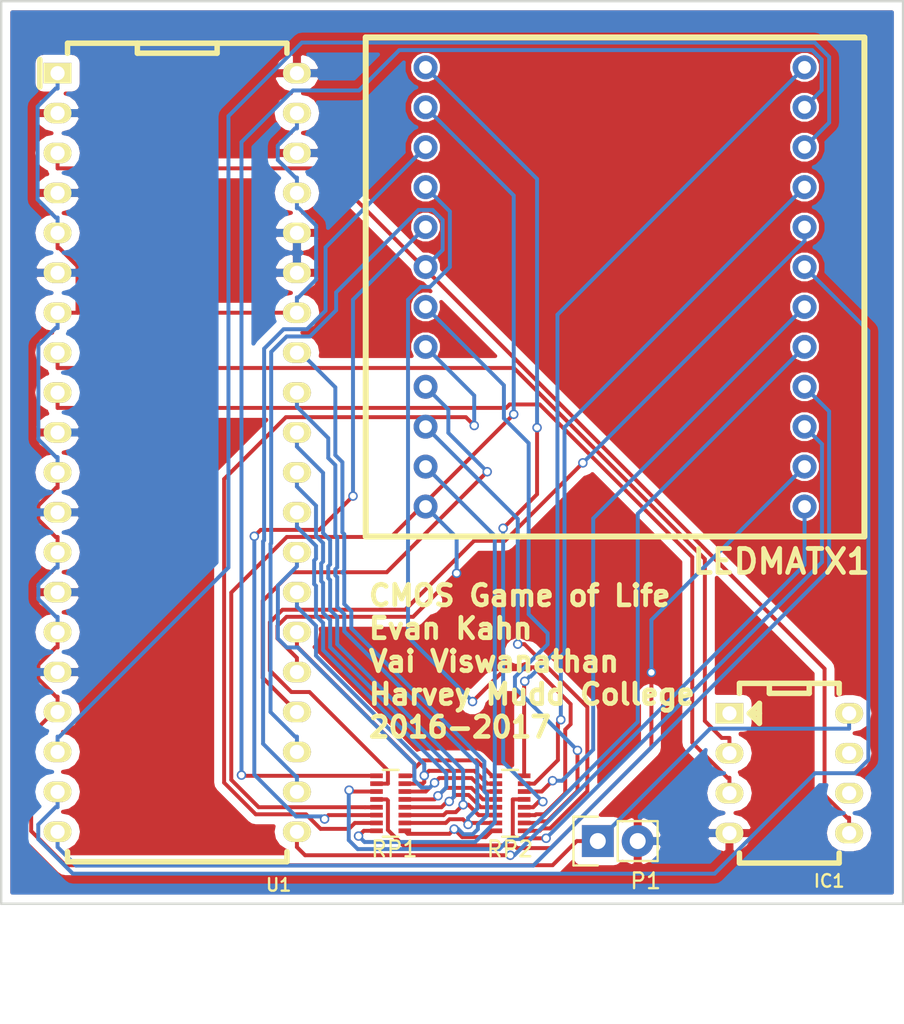
<source format=kicad_pcb>
(kicad_pcb (version 4) (host pcbnew 4.0.5)

  (general
    (links 66)
    (no_connects 0)
    (area 50.584999 45.044999 108.155001 102.615001)
    (thickness 1.6)
    (drawings 5)
    (tracks 515)
    (zones 0)
    (modules 6)
    (nets 38)
  )

  (page A4)
  (layers
    (0 F.Cu signal)
    (31 B.Cu signal)
    (32 B.Adhes user)
    (33 F.Adhes user)
    (34 B.Paste user)
    (35 F.Paste user)
    (36 B.SilkS user)
    (37 F.SilkS user)
    (38 B.Mask user)
    (39 F.Mask user)
    (40 Dwgs.User user)
    (41 Cmts.User user)
    (42 Eco1.User user)
    (43 Eco2.User user)
    (44 Edge.Cuts user)
    (45 Margin user)
    (46 B.CrtYd user)
    (47 F.CrtYd user)
    (48 B.Fab user)
    (49 F.Fab user)
  )

  (setup
    (last_trace_width 0.25)
    (trace_clearance 0.2)
    (zone_clearance 0.508)
    (zone_45_only no)
    (trace_min 0.2)
    (segment_width 0.2)
    (edge_width 0.15)
    (via_size 0.6)
    (via_drill 0.4)
    (via_min_size 0.4)
    (via_min_drill 0.3)
    (uvia_size 0.3)
    (uvia_drill 0.1)
    (uvias_allowed no)
    (uvia_min_size 0.2)
    (uvia_min_drill 0.1)
    (pcb_text_width 0.3)
    (pcb_text_size 1.5 1.5)
    (mod_edge_width 0.15)
    (mod_text_size 1 1)
    (mod_text_width 0.15)
    (pad_size 1.524 1.524)
    (pad_drill 0.762)
    (pad_to_mask_clearance 0.2)
    (aux_axis_origin 0 0)
    (visible_elements FFFFFFFF)
    (pcbplotparams
      (layerselection 0x00030_80000001)
      (usegerberextensions false)
      (excludeedgelayer true)
      (linewidth 0.100000)
      (plotframeref false)
      (viasonmask false)
      (mode 1)
      (useauxorigin false)
      (hpglpennumber 1)
      (hpglpenspeed 20)
      (hpglpendiameter 15)
      (hpglpenoverlay 2)
      (psnegative false)
      (psa4output false)
      (plotreference true)
      (plotvalue true)
      (plotinvisibletext false)
      (padsonsilk false)
      (subtractmaskfromsilk false)
      (outputformat 1)
      (mirror false)
      (drillshape 1)
      (scaleselection 1)
      (outputdirectory ""))
  )

  (net 0 "")
  (net 1 /ph1)
  (net 2 /ph2)
  (net 3 GND)
  (net 4 /rst)
  (net 5 VCC)
  (net 6 "Net-(LEDMATX1-Pad1)")
  (net 7 "Net-(LEDMATX1-Pad2)")
  (net 8 /r5)
  (net 9 "Net-(LEDMATX1-Pad4)")
  (net 10 "Net-(LEDMATX1-Pad5)")
  (net 11 /r6)
  (net 12 "Net-(LEDMATX1-Pad7)")
  (net 13 "Net-(LEDMATX1-Pad8)")
  (net 14 /r7)
  (net 15 "Net-(LEDMATX1-Pad10)")
  (net 16 "Net-(LEDMATX1-Pad11)")
  (net 17 /r8)
  (net 18 /r4)
  (net 19 "Net-(LEDMATX1-Pad14)")
  (net 20 "Net-(LEDMATX1-Pad15)")
  (net 21 /r3)
  (net 22 "Net-(LEDMATX1-Pad17)")
  (net 23 "Net-(LEDMATX1-Pad18)")
  (net 24 /r2)
  (net 25 "Net-(LEDMATX1-Pad20)")
  (net 26 "Net-(LEDMATX1-Pad21)")
  (net 27 /r1)
  (net 28 "Net-(LEDMATX1-Pad23)")
  (net 29 "Net-(LEDMATX1-Pad24)")
  (net 30 /c8)
  (net 31 /c1)
  (net 32 /c7)
  (net 33 /c6)
  (net 34 /c5)
  (net 35 /c3)
  (net 36 /c4)
  (net 37 /c2)

  (net_class Default "This is the default net class."
    (clearance 0.2)
    (trace_width 0.25)
    (via_dia 0.6)
    (via_drill 0.4)
    (uvia_dia 0.3)
    (uvia_drill 0.1)
    (add_net /c1)
    (add_net /c2)
    (add_net /c3)
    (add_net /c4)
    (add_net /c5)
    (add_net /c6)
    (add_net /c7)
    (add_net /c8)
    (add_net /ph1)
    (add_net /ph2)
    (add_net /r1)
    (add_net /r2)
    (add_net /r3)
    (add_net /r4)
    (add_net /r5)
    (add_net /r6)
    (add_net /r7)
    (add_net /r8)
    (add_net /rst)
    (add_net GND)
    (add_net "Net-(LEDMATX1-Pad1)")
    (add_net "Net-(LEDMATX1-Pad10)")
    (add_net "Net-(LEDMATX1-Pad11)")
    (add_net "Net-(LEDMATX1-Pad14)")
    (add_net "Net-(LEDMATX1-Pad15)")
    (add_net "Net-(LEDMATX1-Pad17)")
    (add_net "Net-(LEDMATX1-Pad18)")
    (add_net "Net-(LEDMATX1-Pad2)")
    (add_net "Net-(LEDMATX1-Pad20)")
    (add_net "Net-(LEDMATX1-Pad21)")
    (add_net "Net-(LEDMATX1-Pad23)")
    (add_net "Net-(LEDMATX1-Pad24)")
    (add_net "Net-(LEDMATX1-Pad4)")
    (add_net "Net-(LEDMATX1-Pad5)")
    (add_net "Net-(LEDMATX1-Pad7)")
    (add_net "Net-(LEDMATX1-Pad8)")
    (add_net VCC)
  )

  (module dip-sip:DIP-8 (layer F.Cu) (tedit 54CEED28) (tstamp 58A55A5B)
    (at 100.838 94.234)
    (path /58A4CFCD)
    (fp_text reference IC1 (at 2.54 6.858) (layer F.SilkS)
      (effects (font (size 0.8 0.8) (thickness 0.15)))
    )
    (fp_text value ATTINY85-P (at 0 0) (layer F.Fab)
      (effects (font (size 0.8 0.8) (thickness 0.15)))
    )
    (fp_line (start 5 -6) (end -5 -6) (layer F.CrtYd) (width 0.15))
    (fp_line (start -5 -6) (end -5 6) (layer F.CrtYd) (width 0.15))
    (fp_line (start -5 6) (end 5 6) (layer F.CrtYd) (width 0.15))
    (fp_line (start 5 6) (end 5 -6) (layer F.CrtYd) (width 0.15))
    (fp_line (start -5 -5) (end -4 -5) (layer F.Fab) (width 0.15))
    (fp_line (start -4 -5) (end -4 -6) (layer F.Fab) (width 0.15))
    (fp_line (start -5 -6) (end 5 -6) (layer F.Fab) (width 0.15))
    (fp_line (start 5 -6) (end 5 6) (layer F.Fab) (width 0.15))
    (fp_line (start 5 6) (end -5 6) (layer F.Fab) (width 0.15))
    (fp_line (start -5 6) (end -5 -6) (layer F.Fab) (width 0.15))
    (fp_line (start -3.175 5.08) (end -3.175 5.715) (layer F.SilkS) (width 0.35))
    (fp_line (start -3.175 5.715) (end 3.175 5.715) (layer F.SilkS) (width 0.35))
    (fp_line (start 3.175 5.715) (end 3.175 5.08) (layer F.SilkS) (width 0.35))
    (fp_line (start 1.27 -5.715) (end 1.27 -5.08) (layer F.SilkS) (width 0.35))
    (fp_line (start 1.27 -5.08) (end -1.27 -5.08) (layer F.SilkS) (width 0.35))
    (fp_line (start -1.27 -5.08) (end -1.27 -5.715) (layer F.SilkS) (width 0.35))
    (fp_line (start -3.175 -5.08) (end -3.175 -5.715) (layer F.SilkS) (width 0.35))
    (fp_line (start -3.175 -5.715) (end 3.175 -5.715) (layer F.SilkS) (width 0.35))
    (fp_line (start 3.175 -5.715) (end 3.175 -5.08) (layer F.SilkS) (width 0.35))
    (fp_line (start -2.54 -3.81) (end -1.905 -4.445) (layer F.SilkS) (width 0.35))
    (fp_line (start -1.905 -4.445) (end -1.905 -3.175) (layer F.SilkS) (width 0.35))
    (fp_line (start -1.905 -3.175) (end -2.54 -3.81) (layer F.SilkS) (width 0.35))
    (fp_line (start -2.54 -3.81) (end -1.905 -3.81) (layer F.SilkS) (width 0.35))
    (pad 1 thru_hole rect (at -3.81 -3.81) (size 1.778 1.3) (drill 0.9) (layers *.Cu *.Mask F.SilkS))
    (pad 2 thru_hole oval (at -3.81 -1.27) (size 1.778 1.3) (drill 0.9) (layers *.Cu *.Mask F.SilkS)
      (net 1 /ph1))
    (pad 3 thru_hole oval (at -3.81 1.27) (size 1.778 1.3) (drill 0.9) (layers *.Cu *.Mask F.SilkS)
      (net 2 /ph2))
    (pad 4 thru_hole oval (at -3.81 3.81) (size 1.778 1.3) (drill 0.9) (layers *.Cu *.Mask F.SilkS)
      (net 3 GND))
    (pad 5 thru_hole oval (at 3.81 3.81) (size 1.778 1.3) (drill 0.9) (layers *.Cu *.Mask F.SilkS)
      (net 4 /rst))
    (pad 6 thru_hole oval (at 3.81 1.27) (size 1.778 1.3) (drill 0.9) (layers *.Cu *.Mask F.SilkS))
    (pad 7 thru_hole oval (at 3.81 -1.27) (size 1.778 1.3) (drill 0.9) (layers *.Cu *.Mask F.SilkS))
    (pad 8 thru_hole oval (at 3.81 -3.81) (size 1.778 1.3) (drill 0.9) (layers *.Cu *.Mask F.SilkS)
      (net 5 VCC))
    (model ../../../../../Users/evank/GitHub/tct/tct/packages3d/DIP-8_W7.62mm.wrl
      (at (xyz -0.152 0.16 0))
      (scale (xyz 1 1 1))
      (rotate (xyz 0 0 0))
    )
  )

  (module LED_MATRIX_RG_8x8:LED_MATRIX_RG_8x8 (layer F.Cu) (tedit 58A5651E) (tstamp 58A55A77)
    (at 89.745 63.3 270)
    (path /58A54426)
    (fp_text reference LEDMATX1 (at 17.472 -10.585 360) (layer F.SilkS)
      (effects (font (thickness 0.3048)))
    )
    (fp_text value LED_MATRIX_RGA_8x8 (at 0 17.145 270) (layer Cmts.User)
      (effects (font (thickness 0.3048)))
    )
    (fp_line (start -15.875 -15.875) (end -15.875 15.875) (layer F.SilkS) (width 0.381))
    (fp_line (start -15.875 15.875) (end 15.875 15.875) (layer F.SilkS) (width 0.381))
    (fp_line (start 15.875 15.875) (end 15.875 -15.875) (layer F.SilkS) (width 0.381))
    (fp_line (start 15.875 -15.875) (end -15.875 -15.875) (layer F.SilkS) (width 0.381))
    (pad 1 thru_hole circle (at -13.97 12.065 270) (size 1.524 1.524) (drill 0.8128) (layers B.Cu)
      (net 6 "Net-(LEDMATX1-Pad1)"))
    (pad 2 thru_hole circle (at -11.43 12.065 270) (size 1.524 1.524) (drill 0.8128) (layers B.Cu)
      (net 7 "Net-(LEDMATX1-Pad2)"))
    (pad 3 thru_hole circle (at -8.89 12.065 270) (size 1.524 1.524) (drill 0.8128) (layers B.Cu)
      (net 8 /r5))
    (pad 4 thru_hole circle (at -6.35 12.065 270) (size 1.524 1.524) (drill 0.8128) (layers B.Cu)
      (net 9 "Net-(LEDMATX1-Pad4)"))
    (pad 5 thru_hole circle (at -3.81 12.065 270) (size 1.524 1.524) (drill 0.8128) (layers B.Cu)
      (net 10 "Net-(LEDMATX1-Pad5)"))
    (pad 6 thru_hole circle (at -1.27 12.065 270) (size 1.524 1.524) (drill 0.8128) (layers B.Cu)
      (net 11 /r6))
    (pad 7 thru_hole circle (at 1.27 12.065 270) (size 1.524 1.524) (drill 0.8128) (layers B.Cu)
      (net 12 "Net-(LEDMATX1-Pad7)"))
    (pad 8 thru_hole circle (at 3.81 12.065 270) (size 1.524 1.524) (drill 0.8128) (layers B.Cu)
      (net 13 "Net-(LEDMATX1-Pad8)"))
    (pad 9 thru_hole circle (at 6.35 12.065 270) (size 1.524 1.524) (drill 0.8128) (layers B.Cu)
      (net 14 /r7))
    (pad 10 thru_hole circle (at 8.89 12.065 270) (size 1.524 1.524) (drill 0.8128) (layers B.Cu)
      (net 15 "Net-(LEDMATX1-Pad10)"))
    (pad 11 thru_hole circle (at 11.43 12.065 270) (size 1.524 1.524) (drill 0.8128) (layers B.Cu)
      (net 16 "Net-(LEDMATX1-Pad11)"))
    (pad 12 thru_hole circle (at 13.97 12.065 270) (size 1.524 1.524) (drill 0.8128) (layers B.Cu)
      (net 17 /r8))
    (pad 13 thru_hole circle (at 13.97 -12.065 270) (size 1.524 1.524) (drill 0.8128) (layers B.Cu)
      (net 18 /r4))
    (pad 14 thru_hole circle (at 11.43 -12.065 270) (size 1.524 1.524) (drill 0.8128) (layers B.Cu)
      (net 19 "Net-(LEDMATX1-Pad14)"))
    (pad 15 thru_hole circle (at 8.89 -12.065 270) (size 1.524 1.524) (drill 0.8128) (layers B.Cu)
      (net 20 "Net-(LEDMATX1-Pad15)"))
    (pad 16 thru_hole circle (at 6.35 -12.065 270) (size 1.524 1.524) (drill 0.8128) (layers B.Cu)
      (net 21 /r3))
    (pad 17 thru_hole circle (at 3.81 -12.065 270) (size 1.524 1.524) (drill 0.8128) (layers B.Cu)
      (net 22 "Net-(LEDMATX1-Pad17)"))
    (pad 18 thru_hole circle (at 1.27 -12.065 270) (size 1.524 1.524) (drill 0.8128) (layers B.Cu)
      (net 23 "Net-(LEDMATX1-Pad18)"))
    (pad 19 thru_hole circle (at -1.27 -12.065 270) (size 1.524 1.524) (drill 0.8128) (layers B.Cu)
      (net 24 /r2))
    (pad 20 thru_hole circle (at -3.81 -12.065 270) (size 1.524 1.524) (drill 0.8128) (layers B.Cu)
      (net 25 "Net-(LEDMATX1-Pad20)"))
    (pad 21 thru_hole circle (at -6.35 -12.065 270) (size 1.524 1.524) (drill 0.8128) (layers B.Cu)
      (net 26 "Net-(LEDMATX1-Pad21)"))
    (pad 22 thru_hole circle (at -8.89 -12.065 270) (size 1.524 1.524) (drill 0.8128) (layers B.Cu)
      (net 27 /r1))
    (pad 23 thru_hole circle (at -11.43 -12.065 270) (size 1.524 1.524) (drill 0.8128) (layers B.Cu)
      (net 28 "Net-(LEDMATX1-Pad23)"))
    (pad 24 thru_hole circle (at -13.97 -12.065 270) (size 1.524 1.524) (drill 0.8128) (layers B.Cu)
      (net 29 "Net-(LEDMATX1-Pad24)"))
    (model ../../../../../Users/evank/GitHub/tct/tct/packages3d/LED_matrix_8x8_detailed.wrl
      (at (xyz 0 0 0))
      (scale (xyz 1 1 1))
      (rotate (xyz 270 0 0))
    )
  )

  (module Pin_Headers:Pin_Header_Straight_1x02 (layer F.Cu) (tedit 54EA090C) (tstamp 58A55A7D)
    (at 88.646 98.552 90)
    (descr "Through hole pin header")
    (tags "pin header")
    (path /58A56ECD)
    (fp_text reference P1 (at -2.54 3.048 180) (layer F.SilkS)
      (effects (font (size 1 1) (thickness 0.15)))
    )
    (fp_text value CONN_01X02 (at 0 -3.1 90) (layer F.Fab)
      (effects (font (size 1 1) (thickness 0.15)))
    )
    (fp_line (start 1.27 1.27) (end 1.27 3.81) (layer F.SilkS) (width 0.15))
    (fp_line (start 1.55 -1.55) (end 1.55 0) (layer F.SilkS) (width 0.15))
    (fp_line (start -1.75 -1.75) (end -1.75 4.3) (layer F.CrtYd) (width 0.05))
    (fp_line (start 1.75 -1.75) (end 1.75 4.3) (layer F.CrtYd) (width 0.05))
    (fp_line (start -1.75 -1.75) (end 1.75 -1.75) (layer F.CrtYd) (width 0.05))
    (fp_line (start -1.75 4.3) (end 1.75 4.3) (layer F.CrtYd) (width 0.05))
    (fp_line (start 1.27 1.27) (end -1.27 1.27) (layer F.SilkS) (width 0.15))
    (fp_line (start -1.55 0) (end -1.55 -1.55) (layer F.SilkS) (width 0.15))
    (fp_line (start -1.55 -1.55) (end 1.55 -1.55) (layer F.SilkS) (width 0.15))
    (fp_line (start -1.27 1.27) (end -1.27 3.81) (layer F.SilkS) (width 0.15))
    (fp_line (start -1.27 3.81) (end 1.27 3.81) (layer F.SilkS) (width 0.15))
    (pad 1 thru_hole rect (at 0 0 90) (size 2.032 2.032) (drill 1.016) (layers *.Cu *.Mask)
      (net 5 VCC))
    (pad 2 thru_hole oval (at 0 2.54 90) (size 2.032 2.032) (drill 1.016) (layers *.Cu *.Mask)
      (net 3 GND))
  )

  (module Resistors_SMD:R_Array_Convex_8x0602 (layer F.Cu) (tedit 54539007) (tstamp 58A55A91)
    (at 75.458 96.15)
    (descr "Chip Resistor Network, ROHM MNR18 (see mnr_g.pdf)")
    (tags "resistor array")
    (path /58A5487D)
    (attr smd)
    (fp_text reference RP1 (at 0.234 2.91 180) (layer F.SilkS)
      (effects (font (size 1 1) (thickness 0.15)))
    )
    (fp_text value R_PACK8 (at 0.254 13.208) (layer F.Fab)
      (effects (font (size 1 1) (thickness 0.15)))
    )
    (fp_line (start -1.55 -2.25) (end 1.55 -2.25) (layer F.CrtYd) (width 0.05))
    (fp_line (start -1.55 2.25) (end 1.55 2.25) (layer F.CrtYd) (width 0.05))
    (fp_line (start -1.55 -2.25) (end -1.55 2.25) (layer F.CrtYd) (width 0.05))
    (fp_line (start 1.55 -2.25) (end 1.55 2.25) (layer F.CrtYd) (width 0.05))
    (fp_line (start 0.5 2.125) (end -0.5 2.125) (layer F.SilkS) (width 0.15))
    (fp_line (start 0.5 -2.125) (end -0.5 -2.125) (layer F.SilkS) (width 0.15))
    (pad 1 smd rect (at -0.9 -1.75) (size 0.8 0.3) (layers F.Cu F.Paste F.Mask)
      (net 28 "Net-(LEDMATX1-Pad23)"))
    (pad 16 smd rect (at 0.9 -1.75) (size 0.8 0.3) (layers F.Cu F.Paste F.Mask)
      (net 31 /c1))
    (pad 8 smd rect (at -0.9 1.75) (size 0.8 0.3) (layers F.Cu F.Paste F.Mask)
      (net 16 "Net-(LEDMATX1-Pad11)"))
    (pad 9 smd rect (at 0.9 1.75) (size 0.8 0.3) (layers F.Cu F.Paste F.Mask)
      (net 30 /c8))
    (pad 2 smd rect (at -0.9 -1.25) (size 0.8 0.3) (layers F.Cu F.Paste F.Mask)
      (net 25 "Net-(LEDMATX1-Pad20)"))
    (pad 3 smd rect (at -0.9 -0.75) (size 0.8 0.3) (layers F.Cu F.Paste F.Mask)
      (net 22 "Net-(LEDMATX1-Pad17)"))
    (pad 4 smd rect (at -0.9 -0.25) (size 0.8 0.3) (layers F.Cu F.Paste F.Mask)
      (net 19 "Net-(LEDMATX1-Pad14)"))
    (pad 5 smd rect (at -0.9 0.25) (size 0.8 0.3) (layers F.Cu F.Paste F.Mask)
      (net 7 "Net-(LEDMATX1-Pad2)"))
    (pad 6 smd rect (at -0.9 0.75) (size 0.8 0.3) (layers F.Cu F.Paste F.Mask)
      (net 10 "Net-(LEDMATX1-Pad5)"))
    (pad 7 smd rect (at -0.9 1.25) (size 0.8 0.3) (layers F.Cu F.Paste F.Mask)
      (net 13 "Net-(LEDMATX1-Pad8)"))
    (pad 15 smd rect (at 0.9 -1.25) (size 0.8 0.3) (layers F.Cu F.Paste F.Mask)
      (net 37 /c2))
    (pad 14 smd rect (at 0.9 -0.75) (size 0.8 0.3) (layers F.Cu F.Paste F.Mask)
      (net 35 /c3))
    (pad 13 smd rect (at 0.9 -0.25) (size 0.8 0.3) (layers F.Cu F.Paste F.Mask)
      (net 36 /c4))
    (pad 11 smd rect (at 0.9 0.75) (size 0.8 0.3) (layers F.Cu F.Paste F.Mask)
      (net 33 /c6))
    (pad 12 smd rect (at 0.9 0.25) (size 0.8 0.3) (layers F.Cu F.Paste F.Mask)
      (net 34 /c5))
    (pad 10 smd rect (at 0.9 1.25) (size 0.8 0.3) (layers F.Cu F.Paste F.Mask)
      (net 32 /c7))
    (model Resistors_SMD.3dshapes/R_Array_Convex_8x0602.wrl
      (at (xyz 0 0 0))
      (scale (xyz 1 1 1))
      (rotate (xyz 0 0 0))
    )
  )

  (module Resistors_SMD:R_Array_Convex_8x0602 (layer F.Cu) (tedit 54539007) (tstamp 58A55AA5)
    (at 83.058 96.15)
    (descr "Chip Resistor Network, ROHM MNR18 (see mnr_g.pdf)")
    (tags "resistor array")
    (path /58A5484C)
    (attr smd)
    (fp_text reference RP2 (at 0 2.91 180) (layer F.SilkS)
      (effects (font (size 1 1) (thickness 0.15)))
    )
    (fp_text value R_PACK8 (at -1.778 7.874) (layer F.Fab)
      (effects (font (size 1 1) (thickness 0.15)))
    )
    (fp_line (start -1.55 -2.25) (end 1.55 -2.25) (layer F.CrtYd) (width 0.05))
    (fp_line (start -1.55 2.25) (end 1.55 2.25) (layer F.CrtYd) (width 0.05))
    (fp_line (start -1.55 -2.25) (end -1.55 2.25) (layer F.CrtYd) (width 0.05))
    (fp_line (start 1.55 -2.25) (end 1.55 2.25) (layer F.CrtYd) (width 0.05))
    (fp_line (start 0.5 2.125) (end -0.5 2.125) (layer F.SilkS) (width 0.15))
    (fp_line (start 0.5 -2.125) (end -0.5 -2.125) (layer F.SilkS) (width 0.15))
    (pad 1 smd rect (at -0.9 -1.75) (size 0.8 0.3) (layers F.Cu F.Paste F.Mask)
      (net 31 /c1))
    (pad 16 smd rect (at 0.9 -1.75) (size 0.8 0.3) (layers F.Cu F.Paste F.Mask)
      (net 29 "Net-(LEDMATX1-Pad24)"))
    (pad 8 smd rect (at -0.9 1.75) (size 0.8 0.3) (layers F.Cu F.Paste F.Mask)
      (net 30 /c8))
    (pad 9 smd rect (at 0.9 1.75) (size 0.8 0.3) (layers F.Cu F.Paste F.Mask)
      (net 15 "Net-(LEDMATX1-Pad10)"))
    (pad 2 smd rect (at -0.9 -1.25) (size 0.8 0.3) (layers F.Cu F.Paste F.Mask)
      (net 37 /c2))
    (pad 3 smd rect (at -0.9 -0.75) (size 0.8 0.3) (layers F.Cu F.Paste F.Mask)
      (net 35 /c3))
    (pad 4 smd rect (at -0.9 -0.25) (size 0.8 0.3) (layers F.Cu F.Paste F.Mask)
      (net 36 /c4))
    (pad 5 smd rect (at -0.9 0.25) (size 0.8 0.3) (layers F.Cu F.Paste F.Mask)
      (net 34 /c5))
    (pad 6 smd rect (at -0.9 0.75) (size 0.8 0.3) (layers F.Cu F.Paste F.Mask)
      (net 33 /c6))
    (pad 7 smd rect (at -0.9 1.25) (size 0.8 0.3) (layers F.Cu F.Paste F.Mask)
      (net 32 /c7))
    (pad 15 smd rect (at 0.9 -1.25) (size 0.8 0.3) (layers F.Cu F.Paste F.Mask)
      (net 26 "Net-(LEDMATX1-Pad21)"))
    (pad 14 smd rect (at 0.9 -0.75) (size 0.8 0.3) (layers F.Cu F.Paste F.Mask)
      (net 23 "Net-(LEDMATX1-Pad18)"))
    (pad 13 smd rect (at 0.9 -0.25) (size 0.8 0.3) (layers F.Cu F.Paste F.Mask)
      (net 20 "Net-(LEDMATX1-Pad15)"))
    (pad 11 smd rect (at 0.9 0.75) (size 0.8 0.3) (layers F.Cu F.Paste F.Mask)
      (net 9 "Net-(LEDMATX1-Pad4)"))
    (pad 12 smd rect (at 0.9 0.25) (size 0.8 0.3) (layers F.Cu F.Paste F.Mask)
      (net 6 "Net-(LEDMATX1-Pad1)"))
    (pad 10 smd rect (at 0.9 1.25) (size 0.8 0.3) (layers F.Cu F.Paste F.Mask)
      (net 12 "Net-(LEDMATX1-Pad7)"))
  )

  (module dip-sip:DIP-40 (layer F.Cu) (tedit 54CEED0C) (tstamp 58A55AD1)
    (at 61.87 73.83)
    (path /58A4CF87)
    (fp_text reference U1 (at 6.456 27.516) (layer F.SilkS)
      (effects (font (size 0.8 0.8) (thickness 0.15)))
    )
    (fp_text value DIL40_IC (at 0 0) (layer F.Fab)
      (effects (font (size 0.8 0.8) (thickness 0.15)))
    )
    (fp_line (start -9 -25.5) (end -8 -25.5) (layer F.Fab) (width 0.15))
    (fp_line (start -8 -25.5) (end -8 -26.5) (layer F.Fab) (width 0.15))
    (fp_line (start -9 -26.5) (end 9 -26.5) (layer F.Fab) (width 0.15))
    (fp_line (start 9 -26.5) (end 9 26.5) (layer F.Fab) (width 0.15))
    (fp_line (start 9 26.5) (end -9 26.5) (layer F.Fab) (width 0.15))
    (fp_line (start -9 26.5) (end -9 -26.5) (layer F.Fab) (width 0.15))
    (fp_line (start -9 -26.5) (end 9 -26.5) (layer F.CrtYd) (width 0.15))
    (fp_line (start 9 -26.5) (end 9 26.5) (layer F.CrtYd) (width 0.15))
    (fp_line (start 9 26.5) (end -9 26.5) (layer F.CrtYd) (width 0.15))
    (fp_line (start -9 26.5) (end -9 -26.5) (layer F.CrtYd) (width 0.15))
    (fp_line (start -8.75 -25) (end -8.75 -23.25) (layer F.SilkS) (width 0.35))
    (fp_line (start -6.985 25.4) (end -6.985 26.035) (layer F.SilkS) (width 0.35))
    (fp_line (start -6.985 26.035) (end 6.985 26.035) (layer F.SilkS) (width 0.35))
    (fp_line (start 6.985 26.035) (end 6.985 25.4) (layer F.SilkS) (width 0.35))
    (fp_line (start -2.54 -26.035) (end -2.54 -25.4) (layer F.SilkS) (width 0.35))
    (fp_line (start -2.54 -25.4) (end 2.54 -25.4) (layer F.SilkS) (width 0.35))
    (fp_line (start 2.54 -25.4) (end 2.54 -26.035) (layer F.SilkS) (width 0.35))
    (fp_line (start -6.985 -25.4) (end -6.985 -26.035) (layer F.SilkS) (width 0.35))
    (fp_line (start -6.985 -26.035) (end 6.985 -26.035) (layer F.SilkS) (width 0.35))
    (fp_line (start 6.985 -26.035) (end 6.985 -25.4) (layer F.SilkS) (width 0.35))
    (pad 1 thru_hole rect (at -7.62 -24.13) (size 1.778 1.3) (drill 0.9) (layers *.Cu *.Mask F.SilkS)
      (net 5 VCC))
    (pad 2 thru_hole oval (at -7.62 -21.59) (size 1.778 1.3) (drill 0.9) (layers *.Cu *.Mask F.SilkS)
      (net 3 GND))
    (pad 3 thru_hole oval (at -7.62 -19.05) (size 1.778 1.3) (drill 0.9) (layers *.Cu *.Mask F.SilkS)
      (net 4 /rst))
    (pad 4 thru_hole oval (at -7.62 -16.51) (size 1.778 1.3) (drill 0.9) (layers *.Cu *.Mask F.SilkS)
      (net 3 GND))
    (pad 5 thru_hole oval (at -7.62 -13.97) (size 1.778 1.3) (drill 0.9) (layers *.Cu *.Mask F.SilkS)
      (net 5 VCC))
    (pad 6 thru_hole oval (at -7.62 -11.43) (size 1.778 1.3) (drill 0.9) (layers *.Cu *.Mask F.SilkS)
      (net 3 GND))
    (pad 7 thru_hole oval (at -7.62 -8.89) (size 1.778 1.3) (drill 0.9) (layers *.Cu *.Mask F.SilkS)
      (net 5 VCC))
    (pad 8 thru_hole oval (at -7.62 -6.35) (size 1.778 1.3) (drill 0.9) (layers *.Cu *.Mask F.SilkS)
      (net 1 /ph1))
    (pad 9 thru_hole oval (at -7.62 -3.81) (size 1.778 1.3) (drill 0.9) (layers *.Cu *.Mask F.SilkS)
      (net 2 /ph2))
    (pad 10 thru_hole oval (at -7.62 -1.27) (size 1.778 1.3) (drill 0.9) (layers *.Cu *.Mask F.SilkS)
      (net 3 GND))
    (pad 11 thru_hole oval (at -7.62 1.27) (size 1.778 1.3) (drill 0.9) (layers *.Cu *.Mask F.SilkS)
      (net 5 VCC))
    (pad 12 thru_hole oval (at -7.62 3.81) (size 1.778 1.3) (drill 0.9) (layers *.Cu *.Mask F.SilkS)
      (net 3 GND))
    (pad 13 thru_hole oval (at -7.62 6.35) (size 1.778 1.3) (drill 0.9) (layers *.Cu *.Mask F.SilkS)
      (net 5 VCC))
    (pad 14 thru_hole oval (at -7.62 8.89) (size 1.778 1.3) (drill 0.9) (layers *.Cu *.Mask F.SilkS)
      (net 3 GND))
    (pad 15 thru_hole oval (at -7.62 11.43) (size 1.778 1.3) (drill 0.9) (layers *.Cu *.Mask F.SilkS)
      (net 5 VCC))
    (pad 16 thru_hole oval (at -7.62 13.97) (size 1.778 1.3) (drill 0.9) (layers *.Cu *.Mask F.SilkS)
      (net 3 GND))
    (pad 17 thru_hole oval (at -7.62 16.51) (size 1.778 1.3) (drill 0.9) (layers *.Cu *.Mask F.SilkS)
      (net 5 VCC))
    (pad 18 thru_hole oval (at -7.62 19.05) (size 1.778 1.3) (drill 0.9) (layers *.Cu *.Mask F.SilkS)
      (net 27 /r1))
    (pad 19 thru_hole oval (at -7.62 21.59) (size 1.778 1.3) (drill 0.9) (layers *.Cu *.Mask F.SilkS)
      (net 24 /r2))
    (pad 20 thru_hole oval (at -7.62 24.13) (size 1.778 1.3) (drill 0.9) (layers *.Cu *.Mask F.SilkS)
      (net 21 /r3))
    (pad 21 thru_hole oval (at 7.62 24.13) (size 1.778 1.3) (drill 0.9) (layers *.Cu *.Mask F.SilkS)
      (net 18 /r4))
    (pad 22 thru_hole oval (at 7.62 21.59) (size 1.778 1.3) (drill 0.9) (layers *.Cu *.Mask F.SilkS)
      (net 8 /r5))
    (pad 23 thru_hole oval (at 7.62 19.05) (size 1.778 1.3) (drill 0.9) (layers *.Cu *.Mask F.SilkS)
      (net 11 /r6))
    (pad 24 thru_hole oval (at 7.62 16.51) (size 1.778 1.3) (drill 0.9) (layers *.Cu *.Mask F.SilkS)
      (net 14 /r7))
    (pad 25 thru_hole oval (at 7.62 13.97) (size 1.778 1.3) (drill 0.9) (layers *.Cu *.Mask F.SilkS)
      (net 17 /r8))
    (pad 26 thru_hole oval (at 7.62 11.43) (size 1.778 1.3) (drill 0.9) (layers *.Cu *.Mask F.SilkS)
      (net 31 /c1))
    (pad 27 thru_hole oval (at 7.62 8.89) (size 1.778 1.3) (drill 0.9) (layers *.Cu *.Mask F.SilkS)
      (net 37 /c2))
    (pad 28 thru_hole oval (at 7.62 6.35) (size 1.778 1.3) (drill 0.9) (layers *.Cu *.Mask F.SilkS)
      (net 35 /c3))
    (pad 29 thru_hole oval (at 7.62 3.81) (size 1.778 1.3) (drill 0.9) (layers *.Cu *.Mask F.SilkS)
      (net 36 /c4))
    (pad 30 thru_hole oval (at 7.62 1.27) (size 1.778 1.3) (drill 0.9) (layers *.Cu *.Mask F.SilkS)
      (net 34 /c5))
    (pad 31 thru_hole oval (at 7.62 -1.27) (size 1.778 1.3) (drill 0.9) (layers *.Cu *.Mask F.SilkS)
      (net 33 /c6))
    (pad 32 thru_hole oval (at 7.62 -3.81) (size 1.778 1.3) (drill 0.9) (layers *.Cu *.Mask F.SilkS)
      (net 32 /c7))
    (pad 33 thru_hole oval (at 7.62 -6.35) (size 1.778 1.3) (drill 0.9) (layers *.Cu *.Mask F.SilkS)
      (net 30 /c8))
    (pad 34 thru_hole oval (at 7.62 -8.89) (size 1.778 1.3) (drill 0.9) (layers *.Cu *.Mask F.SilkS)
      (net 5 VCC))
    (pad 35 thru_hole oval (at 7.62 -11.43) (size 1.778 1.3) (drill 0.9) (layers *.Cu *.Mask F.SilkS)
      (net 3 GND))
    (pad 36 thru_hole oval (at 7.62 -13.97) (size 1.778 1.3) (drill 0.9) (layers *.Cu *.Mask F.SilkS)
      (net 3 GND))
    (pad 37 thru_hole oval (at 7.62 -16.51) (size 1.778 1.3) (drill 0.9) (layers *.Cu *.Mask F.SilkS)
      (net 5 VCC))
    (pad 38 thru_hole oval (at 7.62 -19.05) (size 1.778 1.3) (drill 0.9) (layers *.Cu *.Mask F.SilkS)
      (net 3 GND))
    (pad 39 thru_hole oval (at 7.62 -21.59) (size 1.778 1.3) (drill 0.9) (layers *.Cu *.Mask F.SilkS)
      (net 5 VCC))
    (pad 40 thru_hole oval (at 7.62 -24.13) (size 1.778 1.3) (drill 0.9) (layers *.Cu *.Mask F.SilkS)
      (net 3 GND))
    (model ../../../../../Users/evank/GitHub/tct/tct/packages3d/DIP-40_W15.24mm.wrl
      (at (xyz -0.295 0.95 0))
      (scale (xyz 1 1 1))
      (rotate (xyz 0 0 0))
    )
  )

  (gr_text "CMOS Game of Life\nEvan Kahn\nVai Viswanathan\nHarvey Mudd College\n2016-2017" (at 73.914 87.122) (layer F.SilkS)
    (effects (font (size 1.3 1.3) (thickness 0.3)) (justify left))
  )
  (gr_line (start 108.08 45.12) (end 108.08 102.54) (layer Edge.Cuts) (width 0.15) (tstamp 58A55C73))
  (gr_line (start 50.66 102.54) (end 108.08 102.54) (layer Edge.Cuts) (width 0.15) (tstamp 58A55C70))
  (gr_line (start 50.66 45.12) (end 108.08 45.12) (layer Edge.Cuts) (width 0.15) (tstamp 58A55C6F))
  (gr_line (start 50.66 45.12) (end 50.66 102.54) (layer Edge.Cuts) (width 0.15))

  (segment (start 96.5404 91.9887) (end 97.028 91.9887) (width 0.25) (layer F.Cu) (net 1))
  (segment (start 95.4634 90.9117) (end 96.5404 91.9887) (width 0.25) (layer F.Cu) (net 1))
  (segment (start 95.4634 80.6121) (end 95.4634 90.9117) (width 0.25) (layer F.Cu) (net 1))
  (segment (start 83.3066 68.4553) (end 95.4634 80.6121) (width 0.25) (layer F.Cu) (net 1))
  (segment (start 54.25 68.4553) (end 83.3066 68.4553) (width 0.25) (layer F.Cu) (net 1))
  (segment (start 54.25 67.48) (end 54.25 68.4553) (width 0.25) (layer F.Cu) (net 1))
  (segment (start 97.028 92.964) (end 97.028 91.9887) (width 0.25) (layer F.Cu) (net 1))
  (segment (start 54.25 70.02) (end 54.25 70.9953) (width 0.25) (layer F.Cu) (net 2))
  (segment (start 97.028 95.504) (end 97.028 94.5287) (width 0.25) (layer F.Cu) (net 2))
  (segment (start 82.8143 70.9953) (end 54.25 70.9953) (width 0.25) (layer F.Cu) (net 2))
  (segment (start 83.034 70.7756) (end 82.8143 70.9953) (width 0.25) (layer F.Cu) (net 2))
  (segment (start 84.952 70.7756) (end 83.034 70.7756) (width 0.25) (layer F.Cu) (net 2))
  (segment (start 94.6609 80.4845) (end 84.952 70.7756) (width 0.25) (layer F.Cu) (net 2))
  (segment (start 94.6609 92.2835) (end 94.6609 80.4845) (width 0.25) (layer F.Cu) (net 2))
  (segment (start 96.9061 94.5287) (end 94.6609 92.2835) (width 0.25) (layer F.Cu) (net 2))
  (segment (start 97.028 94.5287) (end 96.9061 94.5287) (width 0.25) (layer F.Cu) (net 2))
  (segment (start 104.5261 97.0687) (end 104.648 97.0687) (width 0.25) (layer F.Cu) (net 4))
  (segment (start 103.0834 95.626) (end 104.5261 97.0687) (width 0.25) (layer F.Cu) (net 4))
  (segment (start 103.0834 87.5871) (end 103.0834 95.626) (width 0.25) (layer F.Cu) (net 4))
  (segment (start 71.2516 55.7553) (end 103.0834 87.5871) (width 0.25) (layer F.Cu) (net 4))
  (segment (start 54.25 55.7553) (end 71.2516 55.7553) (width 0.25) (layer F.Cu) (net 4))
  (segment (start 54.25 54.78) (end 54.25 55.7553) (width 0.25) (layer F.Cu) (net 4))
  (segment (start 104.648 98.044) (end 104.648 97.0687) (width 0.25) (layer F.Cu) (net 4))
  (segment (start 69.5833 63.9647) (end 69.49 63.9647) (width 0.25) (layer B.Cu) (net 5))
  (segment (start 70.7099 62.8381) (end 69.5833 63.9647) (width 0.25) (layer B.Cu) (net 5))
  (segment (start 70.7099 59.3933) (end 70.7099 62.8381) (width 0.25) (layer B.Cu) (net 5))
  (segment (start 69.6119 58.2953) (end 70.7099 59.3933) (width 0.25) (layer B.Cu) (net 5))
  (segment (start 69.49 58.2953) (end 69.6119 58.2953) (width 0.25) (layer B.Cu) (net 5))
  (segment (start 69.49 57.32) (end 69.49 58.2953) (width 0.25) (layer B.Cu) (net 5))
  (segment (start 69.49 64.94) (end 69.49 63.9647) (width 0.25) (layer B.Cu) (net 5))
  (segment (start 54.1281 50.6753) (end 54.25 50.6753) (width 0.25) (layer B.Cu) (net 5))
  (segment (start 52.9788 51.8246) (end 54.1281 50.6753) (width 0.25) (layer B.Cu) (net 5))
  (segment (start 52.9788 57.7354) (end 52.9788 51.8246) (width 0.25) (layer B.Cu) (net 5))
  (segment (start 54.1281 58.8847) (end 52.9788 57.7354) (width 0.25) (layer B.Cu) (net 5))
  (segment (start 54.25 58.8847) (end 54.1281 58.8847) (width 0.25) (layer B.Cu) (net 5))
  (segment (start 54.25 59.86) (end 54.25 58.8847) (width 0.25) (layer B.Cu) (net 5))
  (segment (start 54.25 49.7) (end 54.25 50.6753) (width 0.25) (layer B.Cu) (net 5))
  (segment (start 104.648 90.424) (end 104.648 91.3993) (width 0.25) (layer B.Cu) (net 5))
  (segment (start 95.7987 91.3993) (end 104.648 91.3993) (width 0.25) (layer B.Cu) (net 5))
  (segment (start 88.646 98.552) (end 95.7987 91.3993) (width 0.25) (layer B.Cu) (net 5))
  (segment (start 54.3719 60.8353) (end 54.25 60.8353) (width 0.25) (layer F.Cu) (net 5))
  (segment (start 55.52 61.9834) (end 54.3719 60.8353) (width 0.25) (layer F.Cu) (net 5))
  (segment (start 55.52 64.94) (end 55.52 61.9834) (width 0.25) (layer F.Cu) (net 5))
  (segment (start 69.49 64.94) (end 55.52 64.94) (width 0.25) (layer F.Cu) (net 5))
  (segment (start 55.52 64.94) (end 54.25 64.94) (width 0.25) (layer F.Cu) (net 5))
  (segment (start 54.25 59.86) (end 54.25 60.8353) (width 0.25) (layer F.Cu) (net 5))
  (segment (start 69.3967 56.3447) (end 69.49 56.3447) (width 0.25) (layer B.Cu) (net 5))
  (segment (start 68.2701 55.2181) (end 69.3967 56.3447) (width 0.25) (layer B.Cu) (net 5))
  (segment (start 68.2701 54.3133) (end 68.2701 55.2181) (width 0.25) (layer B.Cu) (net 5))
  (segment (start 69.3681 53.2153) (end 68.2701 54.3133) (width 0.25) (layer B.Cu) (net 5))
  (segment (start 69.49 53.2153) (end 69.3681 53.2153) (width 0.25) (layer B.Cu) (net 5))
  (segment (start 69.49 52.24) (end 69.49 53.2153) (width 0.25) (layer B.Cu) (net 5))
  (segment (start 69.49 57.32) (end 69.49 56.3447) (width 0.25) (layer B.Cu) (net 5))
  (segment (start 54.1567 89.3647) (end 54.25 89.3647) (width 0.25) (layer F.Cu) (net 5))
  (segment (start 53.0301 88.2381) (end 54.1567 89.3647) (width 0.25) (layer F.Cu) (net 5))
  (segment (start 53.0301 87.3333) (end 53.0301 88.2381) (width 0.25) (layer F.Cu) (net 5))
  (segment (start 54.1281 86.2353) (end 53.0301 87.3333) (width 0.25) (layer F.Cu) (net 5))
  (segment (start 54.25 86.2353) (end 54.1281 86.2353) (width 0.25) (layer F.Cu) (net 5))
  (segment (start 54.25 85.26) (end 54.25 86.2353) (width 0.25) (layer F.Cu) (net 5))
  (segment (start 54.1567 76.0753) (end 54.25 76.0753) (width 0.25) (layer F.Cu) (net 5))
  (segment (start 53.0301 77.2019) (end 54.1567 76.0753) (width 0.25) (layer F.Cu) (net 5))
  (segment (start 53.0301 78.1067) (end 53.0301 77.2019) (width 0.25) (layer F.Cu) (net 5))
  (segment (start 54.1281 79.2047) (end 53.0301 78.1067) (width 0.25) (layer F.Cu) (net 5))
  (segment (start 54.25 79.2047) (end 54.1281 79.2047) (width 0.25) (layer F.Cu) (net 5))
  (segment (start 54.25 80.18) (end 54.25 79.2047) (width 0.25) (layer F.Cu) (net 5))
  (segment (start 54.25 75.1) (end 54.25 76.0753) (width 0.25) (layer F.Cu) (net 5))
  (segment (start 54.1567 84.2847) (end 54.25 84.2847) (width 0.25) (layer B.Cu) (net 5))
  (segment (start 53.0301 83.1581) (end 54.1567 84.2847) (width 0.25) (layer B.Cu) (net 5))
  (segment (start 53.0301 82.2533) (end 53.0301 83.1581) (width 0.25) (layer B.Cu) (net 5))
  (segment (start 54.1281 81.1553) (end 53.0301 82.2533) (width 0.25) (layer B.Cu) (net 5))
  (segment (start 54.25 81.1553) (end 54.1281 81.1553) (width 0.25) (layer B.Cu) (net 5))
  (segment (start 54.25 80.18) (end 54.25 81.1553) (width 0.25) (layer B.Cu) (net 5))
  (segment (start 54.25 85.26) (end 54.25 84.2847) (width 0.25) (layer B.Cu) (net 5))
  (segment (start 54.1567 74.1247) (end 54.25 74.1247) (width 0.25) (layer B.Cu) (net 5))
  (segment (start 53.0301 72.9981) (end 54.1567 74.1247) (width 0.25) (layer B.Cu) (net 5))
  (segment (start 53.0301 67.0133) (end 53.0301 72.9981) (width 0.25) (layer B.Cu) (net 5))
  (segment (start 54.1281 65.9153) (end 53.0301 67.0133) (width 0.25) (layer B.Cu) (net 5))
  (segment (start 54.25 65.9153) (end 54.1281 65.9153) (width 0.25) (layer B.Cu) (net 5))
  (segment (start 54.25 64.94) (end 54.25 65.9153) (width 0.25) (layer B.Cu) (net 5))
  (segment (start 54.25 75.1) (end 54.25 74.1247) (width 0.25) (layer B.Cu) (net 5))
  (segment (start 54.25 90.34) (end 54.25 90.0961) (width 0.25) (layer F.Cu) (net 5))
  (segment (start 54.25 90.0961) (end 54.25 89.3647) (width 0.25) (layer F.Cu) (net 5))
  (segment (start 85.767 100.0897) (end 87.3047 98.552) (width 0.25) (layer F.Cu) (net 5))
  (segment (start 54.746 100.0897) (end 85.767 100.0897) (width 0.25) (layer F.Cu) (net 5))
  (segment (start 52.5712 97.9149) (end 54.746 100.0897) (width 0.25) (layer F.Cu) (net 5))
  (segment (start 52.5712 91.7749) (end 52.5712 97.9149) (width 0.25) (layer F.Cu) (net 5))
  (segment (start 54.25 90.0961) (end 52.5712 91.7749) (width 0.25) (layer F.Cu) (net 5))
  (segment (start 88.646 98.552) (end 87.3047 98.552) (width 0.25) (layer F.Cu) (net 5))
  (via (at 85.1478 96.0457) (size 0.6) (layers F.Cu B.Cu) (net 6))
  (via (at 82.6187 78.65) (size 0.6) (layers F.Cu B.Cu) (net 6))
  (via (at 84.7792 72.2517) (size 0.6) (layers F.Cu B.Cu) (net 6))
  (segment (start 84.7792 56.4292) (end 84.7792 72.2517) (width 0.25) (layer B.Cu) (net 6))
  (segment (start 77.68 49.33) (end 84.7792 56.4292) (width 0.25) (layer B.Cu) (net 6))
  (segment (start 84.7792 76.4895) (end 84.7792 72.2517) (width 0.25) (layer F.Cu) (net 6))
  (segment (start 82.6187 78.65) (end 84.7792 76.4895) (width 0.25) (layer F.Cu) (net 6))
  (segment (start 82.6187 93.5166) (end 85.1478 96.0457) (width 0.25) (layer B.Cu) (net 6))
  (segment (start 82.6187 78.65) (end 82.6187 93.5166) (width 0.25) (layer B.Cu) (net 6))
  (segment (start 84.5318 96.4) (end 83.958 96.4) (width 0.25) (layer F.Cu) (net 6))
  (segment (start 84.8861 96.0457) (end 84.5318 96.4) (width 0.25) (layer F.Cu) (net 6))
  (segment (start 85.1478 96.0457) (end 84.8861 96.0457) (width 0.25) (layer F.Cu) (net 6))
  (via (at 83.293 71.4009) (size 0.6) (layers F.Cu B.Cu) (net 7))
  (segment (start 83.293 57.483) (end 77.68 51.87) (width 0.25) (layer B.Cu) (net 7))
  (segment (start 83.293 71.4009) (end 83.293 57.483) (width 0.25) (layer B.Cu) (net 7))
  (segment (start 74.558 96.4) (end 73.8327 96.4) (width 0.25) (layer F.Cu) (net 7))
  (segment (start 73.8316 96.3989) (end 73.8327 96.4) (width 0.25) (layer F.Cu) (net 7))
  (segment (start 67.0543 96.3989) (end 73.8316 96.3989) (width 0.25) (layer F.Cu) (net 7))
  (segment (start 65.3103 94.6549) (end 67.0543 96.3989) (width 0.25) (layer F.Cu) (net 7))
  (segment (start 65.3103 82.7414) (end 65.3103 94.6549) (width 0.25) (layer F.Cu) (net 7))
  (segment (start 68.847 79.2047) (end 65.3103 82.7414) (width 0.25) (layer F.Cu) (net 7))
  (segment (start 75.4892 79.2047) (end 68.847 79.2047) (width 0.25) (layer F.Cu) (net 7))
  (segment (start 83.293 71.4009) (end 75.4892 79.2047) (width 0.25) (layer F.Cu) (net 7))
  (segment (start 69.49 95.42) (end 69.49 94.4447) (width 0.25) (layer B.Cu) (net 8))
  (segment (start 71.3146 60.7754) (end 77.68 54.41) (width 0.25) (layer B.Cu) (net 8))
  (segment (start 71.3146 64.8059) (end 71.3146 60.7754) (width 0.25) (layer B.Cu) (net 8))
  (segment (start 70.1304 65.9901) (end 71.3146 64.8059) (width 0.25) (layer B.Cu) (net 8))
  (segment (start 68.6392 65.9901) (end 70.1304 65.9901) (width 0.25) (layer B.Cu) (net 8))
  (segment (start 67.4026 67.2267) (end 68.6392 65.9901) (width 0.25) (layer B.Cu) (net 8))
  (segment (start 67.4026 79.4181) (end 67.4026 67.2267) (width 0.25) (layer B.Cu) (net 8))
  (segment (start 67.3353 79.4854) (end 67.4026 79.4181) (width 0.25) (layer B.Cu) (net 8))
  (segment (start 67.3353 92.3605) (end 67.3353 79.4854) (width 0.25) (layer B.Cu) (net 8))
  (segment (start 69.4195 94.4447) (end 67.3353 92.3605) (width 0.25) (layer B.Cu) (net 8))
  (segment (start 69.49 94.4447) (end 69.4195 94.4447) (width 0.25) (layer B.Cu) (net 8))
  (segment (start 80.6725 89.6755) (end 82.850126 87.497874) (width 0.25) (layer F.Cu) (net 9))
  (segment (start 86.915945 91.114941) (end 86.5728 91.458086) (width 0.25) (layer F.Cu) (net 9))
  (segment (start 84.576074 87.497874) (end 86.915945 89.837745) (width 0.25) (layer F.Cu) (net 9))
  (segment (start 82.850126 87.497874) (end 84.576074 87.497874) (width 0.25) (layer F.Cu) (net 9))
  (segment (start 84.608 96.9) (end 83.958 96.9) (width 0.25) (layer F.Cu) (net 9))
  (segment (start 84.6687 96.9) (end 84.608 96.9) (width 0.25) (layer F.Cu) (net 9))
  (segment (start 86.5728 95.5051) (end 85.2314 96.8465) (width 0.25) (layer F.Cu) (net 9))
  (segment (start 86.915945 89.837745) (end 86.915945 91.114941) (width 0.25) (layer F.Cu) (net 9))
  (segment (start 86.5728 91.458086) (end 86.5728 95.5051) (width 0.25) (layer F.Cu) (net 9))
  (segment (start 85.2314 96.8465) (end 84.7222 96.8465) (width 0.25) (layer F.Cu) (net 9))
  (segment (start 84.7222 96.8465) (end 84.6687 96.9) (width 0.25) (layer F.Cu) (net 9))
  (via (at 80.6725 89.6755) (size 0.6) (layers F.Cu B.Cu) (net 9))
  (segment (start 79.2274 58.4974) (end 77.68 56.95) (width 0.25) (layer B.Cu) (net 9))
  (segment (start 79.2274 62.0276) (end 79.2274 58.4974) (width 0.25) (layer B.Cu) (net 9))
  (segment (start 77.955 63.3) (end 79.2274 62.0276) (width 0.25) (layer B.Cu) (net 9))
  (segment (start 77.3783 63.3) (end 77.955 63.3) (width 0.25) (layer B.Cu) (net 9))
  (segment (start 76.5631 64.1152) (end 77.3783 63.3) (width 0.25) (layer B.Cu) (net 9))
  (segment (start 76.5631 85.5661) (end 76.5631 64.1152) (width 0.25) (layer B.Cu) (net 9))
  (segment (start 80.6725 89.6755) (end 76.5631 85.5661) (width 0.25) (layer B.Cu) (net 9))
  (via (at 71.2518 97.1492) (size 0.6) (layers F.Cu B.Cu) (net 10))
  (via (at 66.7773 79.159) (size 0.6) (layers F.Cu B.Cu) (net 10))
  (via (at 73.0598 76.603) (size 0.6) (layers F.Cu B.Cu) (net 10))
  (segment (start 71.501 96.9) (end 71.2518 97.1492) (width 0.25) (layer F.Cu) (net 10))
  (segment (start 74.558 96.9) (end 71.501 96.9) (width 0.25) (layer F.Cu) (net 10))
  (segment (start 66.7773 94.3298) (end 66.7773 79.159) (width 0.25) (layer B.Cu) (net 10))
  (segment (start 69.4321 96.9846) (end 66.7773 94.3298) (width 0.25) (layer B.Cu) (net 10))
  (segment (start 71.0872 96.9846) (end 69.4321 96.9846) (width 0.25) (layer B.Cu) (net 10))
  (segment (start 71.2518 97.1492) (end 71.0872 96.9846) (width 0.25) (layer B.Cu) (net 10))
  (segment (start 73.0598 64.1102) (end 77.68 59.49) (width 0.25) (layer B.Cu) (net 10))
  (segment (start 73.0598 76.603) (end 73.0598 64.1102) (width 0.25) (layer B.Cu) (net 10))
  (segment (start 67.182 78.7543) (end 66.7773 79.159) (width 0.25) (layer F.Cu) (net 10))
  (segment (start 70.9085 78.7543) (end 67.182 78.7543) (width 0.25) (layer F.Cu) (net 10))
  (segment (start 73.0598 76.603) (end 70.9085 78.7543) (width 0.25) (layer F.Cu) (net 10))
  (segment (start 69.49 92.88) (end 69.49 91.9047) (width 0.25) (layer B.Cu) (net 11))
  (segment (start 78.7673 60.9427) (end 77.68 62.03) (width 0.25) (layer B.Cu) (net 11))
  (segment (start 78.7673 59.0395) (end 78.7673 60.9427) (width 0.25) (layer B.Cu) (net 11))
  (segment (start 78.1305 58.4027) (end 78.7673 59.0395) (width 0.25) (layer B.Cu) (net 11))
  (segment (start 77.2296 58.4027) (end 78.1305 58.4027) (width 0.25) (layer B.Cu) (net 11))
  (segment (start 71.9859 63.6464) (end 77.2296 58.4027) (width 0.25) (layer B.Cu) (net 11))
  (segment (start 71.9859 64.7817) (end 71.9859 63.6464) (width 0.25) (layer B.Cu) (net 11))
  (segment (start 70.3172 66.4504) (end 71.9859 64.7817) (width 0.25) (layer B.Cu) (net 11))
  (segment (start 68.8359 66.4504) (end 70.3172 66.4504) (width 0.25) (layer B.Cu) (net 11))
  (segment (start 67.8529 67.4334) (end 68.8359 66.4504) (width 0.25) (layer B.Cu) (net 11))
  (segment (start 67.8529 79.6047) (end 67.8529 67.4334) (width 0.25) (layer B.Cu) (net 11))
  (segment (start 67.8097 79.6479) (end 67.8529 79.6047) (width 0.25) (layer B.Cu) (net 11))
  (segment (start 67.8097 90.3463) (end 67.8097 79.6479) (width 0.25) (layer B.Cu) (net 11))
  (segment (start 69.3681 91.9047) (end 67.8097 90.3463) (width 0.25) (layer B.Cu) (net 11))
  (segment (start 69.49 91.9047) (end 69.3681 91.9047) (width 0.25) (layer B.Cu) (net 11))
  (segment (start 83.371412 88.116953) (end 83.371412 88.801512) (width 0.25) (layer B.Cu) (net 12))
  (segment (start 83.371412 88.801512) (end 87.052101 92.482201) (width 0.25) (layer B.Cu) (net 12))
  (segment (start 85.450438 85.327962) (end 85.450438 86.037927) (width 0.25) (layer B.Cu) (net 12))
  (segment (start 85.450438 86.037927) (end 83.371412 88.116953) (width 0.25) (layer B.Cu) (net 12))
  (segment (start 84.2443 73.2365) (end 84.2443 84.121824) (width 0.25) (layer B.Cu) (net 12))
  (segment (start 77.68 64.57) (end 82.6677 69.5577) (width 0.25) (layer B.Cu) (net 12))
  (segment (start 82.6677 69.5577) (end 82.6677 71.6599) (width 0.25) (layer B.Cu) (net 12))
  (segment (start 82.6677 71.6599) (end 84.2443 73.2365) (width 0.25) (layer B.Cu) (net 12))
  (segment (start 87.052101 92.482201) (end 87.3521 92.7822) (width 0.25) (layer B.Cu) (net 12))
  (segment (start 84.2443 84.121824) (end 85.450438 85.327962) (width 0.25) (layer B.Cu) (net 12))
  (via (at 87.3521 92.7822) (size 0.6) (layers F.Cu B.Cu) (net 12))
  (segment (start 84.8056 97.4) (end 83.958 97.4) (width 0.25) (layer F.Cu) (net 12))
  (segment (start 84.9088 97.2968) (end 84.8056 97.4) (width 0.25) (layer F.Cu) (net 12))
  (segment (start 85.418 97.2968) (end 84.9088 97.2968) (width 0.25) (layer F.Cu) (net 12))
  (segment (start 87.3521 95.3627) (end 85.418 97.2968) (width 0.25) (layer F.Cu) (net 12))
  (segment (start 87.3521 92.7822) (end 87.3521 95.3627) (width 0.25) (layer F.Cu) (net 12))
  (via (at 80.7783 72.1163) (size 0.6) (layers F.Cu B.Cu) (net 13))
  (segment (start 80.2466 71.5846) (end 80.7783 72.1163) (width 0.25) (layer F.Cu) (net 13))
  (segment (start 68.791 71.5846) (end 80.2466 71.5846) (width 0.25) (layer F.Cu) (net 13))
  (segment (start 64.8546 75.521) (end 68.791 71.5846) (width 0.25) (layer F.Cu) (net 13))
  (segment (start 64.8546 94.8362) (end 64.8546 75.521) (width 0.25) (layer F.Cu) (net 13))
  (segment (start 66.8677 96.8493) (end 64.8546 94.8362) (width 0.25) (layer F.Cu) (net 13))
  (segment (start 70.0676 96.8493) (end 66.8677 96.8493) (width 0.25) (layer F.Cu) (net 13))
  (segment (start 70.9933 97.775) (end 70.0676 96.8493) (width 0.25) (layer F.Cu) (net 13))
  (segment (start 72.8 97.775) (end 70.9933 97.775) (width 0.25) (layer F.Cu) (net 13))
  (segment (start 73.175 97.4) (end 72.8 97.775) (width 0.25) (layer F.Cu) (net 13))
  (segment (start 74.558 97.4) (end 73.175 97.4) (width 0.25) (layer F.Cu) (net 13))
  (segment (start 80.7783 70.2083) (end 77.68 67.11) (width 0.25) (layer B.Cu) (net 13))
  (segment (start 80.7783 72.1163) (end 80.7783 70.2083) (width 0.25) (layer B.Cu) (net 13))
  (via (at 81.6041 75.0558) (size 0.6) (layers F.Cu B.Cu) (net 14))
  (segment (start 75.2099 81.45) (end 81.6041 75.0558) (width 0.25) (layer F.Cu) (net 14))
  (segment (start 69.1364 81.45) (end 75.2099 81.45) (width 0.25) (layer F.Cu) (net 14))
  (segment (start 67.3131 83.2733) (end 69.1364 81.45) (width 0.25) (layer F.Cu) (net 14))
  (segment (start 67.3131 88.1631) (end 67.3131 83.2733) (width 0.25) (layer F.Cu) (net 14))
  (segment (start 69.49 90.34) (end 67.3131 88.1631) (width 0.25) (layer F.Cu) (net 14))
  (segment (start 79.1326 71.1026) (end 77.68 69.65) (width 0.25) (layer B.Cu) (net 14))
  (segment (start 79.1326 72.5843) (end 79.1326 71.1026) (width 0.25) (layer B.Cu) (net 14))
  (segment (start 81.6041 75.0558) (end 79.1326 72.5843) (width 0.25) (layer B.Cu) (net 14))
  (segment (start 83.549864 78.059864) (end 83.549864 85.599566) (width 0.25) (layer B.Cu) (net 15))
  (segment (start 84.9425 97.9) (end 85.0954 97.7471) (width 0.25) (layer F.Cu) (net 15))
  (segment (start 77.68 72.19) (end 83.549864 78.059864) (width 0.25) (layer B.Cu) (net 15))
  (segment (start 83.974128 86.02383) (end 83.549864 86.02383) (width 0.25) (layer F.Cu) (net 15))
  (segment (start 87.9807 95.371) (end 87.9807 90.030402) (width 0.25) (layer F.Cu) (net 15))
  (segment (start 87.9807 90.030402) (end 83.974128 86.02383) (width 0.25) (layer F.Cu) (net 15))
  (segment (start 85.6046 97.7471) (end 87.9807 95.371) (width 0.25) (layer F.Cu) (net 15))
  (via (at 83.549864 86.02383) (size 0.6) (drill 0.4) (layers F.Cu B.Cu) (net 15))
  (segment (start 85.0954 97.7471) (end 85.6046 97.7471) (width 0.25) (layer F.Cu) (net 15))
  (segment (start 83.549864 85.599566) (end 83.549864 86.02383) (width 0.25) (layer B.Cu) (net 15))
  (segment (start 83.958 97.9) (end 84.9425 97.9) (width 0.25) (layer F.Cu) (net 15))
  (via (at 73.4146 98.2335) (size 0.6) (layers F.Cu B.Cu) (net 16))
  (segment (start 73.7481 97.9) (end 73.4146 98.2335) (width 0.25) (layer F.Cu) (net 16))
  (segment (start 74.558 97.9) (end 73.7481 97.9) (width 0.25) (layer F.Cu) (net 16))
  (segment (start 82.0868 79.1368) (end 77.68 74.73) (width 0.25) (layer B.Cu) (net 16))
  (segment (start 82.0868 97.3646) (end 82.0868 79.1368) (width 0.25) (layer B.Cu) (net 16))
  (segment (start 80.8404 98.611) (end 82.0868 97.3646) (width 0.25) (layer B.Cu) (net 16))
  (segment (start 73.7921 98.611) (end 80.8404 98.611) (width 0.25) (layer B.Cu) (net 16))
  (segment (start 73.4146 98.2335) (end 73.7921 98.611) (width 0.25) (layer B.Cu) (net 16))
  (segment (start 77.68 77.27) (end 79.657538 79.247538) (width 0.25) (layer B.Cu) (net 17))
  (segment (start 79.657538 81.090555) (end 79.657538 81.514819) (width 0.25) (layer B.Cu) (net 17))
  (segment (start 68.2504 84.8655) (end 68.8316 84.2843) (width 0.25) (layer F.Cu) (net 17))
  (segment (start 76.888057 84.2843) (end 79.357539 81.814818) (width 0.25) (layer F.Cu) (net 17))
  (segment (start 69.49 86.9) (end 68.2504 85.6604) (width 0.25) (layer F.Cu) (net 17))
  (segment (start 79.657538 79.247538) (end 79.657538 81.090555) (width 0.25) (layer B.Cu) (net 17))
  (segment (start 79.357539 81.814818) (end 79.657538 81.514819) (width 0.25) (layer F.Cu) (net 17))
  (segment (start 68.2504 85.6604) (end 68.2504 84.8655) (width 0.25) (layer F.Cu) (net 17))
  (segment (start 69.49 87.8) (end 69.49 86.9) (width 0.25) (layer F.Cu) (net 17))
  (segment (start 68.8316 84.2843) (end 76.888057 84.2843) (width 0.25) (layer F.Cu) (net 17))
  (via (at 79.657538 81.514819) (size 0.6) (drill 0.4) (layers F.Cu B.Cu) (net 17))
  (via (at 83.0738 99.4537) (size 0.6) (layers F.Cu B.Cu) (net 18))
  (segment (start 70.0084 99.4537) (end 83.0738 99.4537) (width 0.25) (layer F.Cu) (net 18))
  (segment (start 69.49 98.9353) (end 70.0084 99.4537) (width 0.25) (layer F.Cu) (net 18))
  (segment (start 101.81 80.9785) (end 101.81 77.27) (width 0.25) (layer B.Cu) (net 18))
  (segment (start 83.3348 99.4537) (end 101.81 80.9785) (width 0.25) (layer B.Cu) (net 18))
  (segment (start 83.0738 99.4537) (end 83.3348 99.4537) (width 0.25) (layer B.Cu) (net 18))
  (segment (start 69.49 97.96) (end 69.49 98.9353) (width 0.25) (layer F.Cu) (net 18))
  (segment (start 85.6485 98.9987) (end 92.060522 92.586678) (width 0.25) (layer F.Cu) (net 19))
  (segment (start 83.3329 98.8284) (end 83.5032 98.9987) (width 0.25) (layer F.Cu) (net 19))
  (segment (start 83.5032 98.9987) (end 85.6485 98.9987) (width 0.25) (layer F.Cu) (net 19))
  (segment (start 76.2603 98.8284) (end 83.3329 98.8284) (width 0.25) (layer F.Cu) (net 19))
  (segment (start 92.060522 92.586678) (end 92.060522 88.247856) (width 0.25) (layer F.Cu) (net 19))
  (segment (start 75.208 95.9) (end 75.2833 95.9753) (width 0.25) (layer F.Cu) (net 19))
  (segment (start 74.558 95.9) (end 75.208 95.9) (width 0.25) (layer F.Cu) (net 19))
  (segment (start 92.060522 88.247856) (end 92.060522 87.823592) (width 0.25) (layer F.Cu) (net 19))
  (segment (start 101.81 74.73) (end 92.060522 84.479478) (width 0.25) (layer B.Cu) (net 19))
  (segment (start 92.060522 84.479478) (end 92.060522 87.399328) (width 0.25) (layer B.Cu) (net 19))
  (segment (start 75.2833 97.8514) (end 76.2603 98.8284) (width 0.25) (layer F.Cu) (net 19))
  (segment (start 92.060522 87.399328) (end 92.060522 87.823592) (width 0.25) (layer B.Cu) (net 19))
  (segment (start 75.2833 95.9753) (end 75.2833 97.8514) (width 0.25) (layer F.Cu) (net 19))
  (via (at 92.060522 87.823592) (size 0.6) (drill 0.4) (layers F.Cu B.Cu) (net 19))
  (via (at 85.3544 98.3724) (size 0.6) (layers F.Cu B.Cu) (net 20))
  (segment (start 102.9191 73.2991) (end 101.81 72.19) (width 0.25) (layer B.Cu) (net 20))
  (segment (start 102.9191 80.8077) (end 102.9191 73.2991) (width 0.25) (layer B.Cu) (net 20))
  (segment (start 85.3544 98.3724) (end 102.9191 80.8077) (width 0.25) (layer B.Cu) (net 20))
  (segment (start 83.958 95.9) (end 83.2327 95.9) (width 0.25) (layer F.Cu) (net 20))
  (segment (start 83.2327 98.1848) (end 83.2327 95.9) (width 0.25) (layer F.Cu) (net 20))
  (segment (start 83.426 98.3781) (end 83.2327 98.1848) (width 0.25) (layer F.Cu) (net 20))
  (segment (start 85.3487 98.3781) (end 83.426 98.3781) (width 0.25) (layer F.Cu) (net 20))
  (segment (start 85.3544 98.3724) (end 85.3487 98.3781) (width 0.25) (layer F.Cu) (net 20))
  (segment (start 103.3734 71.2134) (end 101.81 69.65) (width 0.25) (layer B.Cu) (net 21))
  (segment (start 103.3734 81.2803) (end 103.3734 71.2134) (width 0.25) (layer B.Cu) (net 21))
  (segment (start 84.5438 100.1099) (end 103.3734 81.2803) (width 0.25) (layer B.Cu) (net 21))
  (segment (start 55.4246 100.1099) (end 84.5438 100.1099) (width 0.25) (layer B.Cu) (net 21))
  (segment (start 54.25 98.9353) (end 55.4246 100.1099) (width 0.25) (layer B.Cu) (net 21))
  (segment (start 54.25 97.96) (end 54.25 98.9353) (width 0.25) (layer B.Cu) (net 21))
  (via (at 72.8124 95.313) (size 0.6) (layers F.Cu B.Cu) (net 22))
  (segment (start 72.8994 95.4) (end 72.8124 95.313) (width 0.25) (layer F.Cu) (net 22))
  (segment (start 74.558 95.4) (end 72.8994 95.4) (width 0.25) (layer F.Cu) (net 22))
  (segment (start 91.19 77.73) (end 101.81 67.11) (width 0.25) (layer B.Cu) (net 22))
  (segment (start 91.19 90.9616) (end 91.19 77.73) (width 0.25) (layer B.Cu) (net 22))
  (segment (start 83.729 98.4226) (end 91.19 90.9616) (width 0.25) (layer B.Cu) (net 22))
  (segment (start 83.0182 98.4226) (end 83.729 98.4226) (width 0.25) (layer B.Cu) (net 22))
  (segment (start 82.3794 99.0614) (end 83.0182 98.4226) (width 0.25) (layer B.Cu) (net 22))
  (segment (start 73.3582 99.0614) (end 82.3794 99.0614) (width 0.25) (layer B.Cu) (net 22))
  (segment (start 72.7893 98.4925) (end 73.3582 99.0614) (width 0.25) (layer B.Cu) (net 22))
  (segment (start 72.7893 95.3361) (end 72.7893 98.4925) (width 0.25) (layer B.Cu) (net 22))
  (segment (start 72.8124 95.313) (end 72.7893 95.3361) (width 0.25) (layer B.Cu) (net 22))
  (via (at 85.766 94.7123) (size 0.6) (layers F.Cu B.Cu) (net 23))
  (segment (start 85.0783 95.4) (end 85.766 94.7123) (width 0.25) (layer F.Cu) (net 23))
  (segment (start 83.958 95.4) (end 85.0783 95.4) (width 0.25) (layer F.Cu) (net 23))
  (segment (start 88.3529 78.0271) (end 101.81 64.57) (width 0.25) (layer B.Cu) (net 23))
  (segment (start 88.3529 92.7318) (end 88.3529 78.0271) (width 0.25) (layer B.Cu) (net 23))
  (segment (start 86.3724 94.7123) (end 88.3529 92.7318) (width 0.25) (layer B.Cu) (net 23))
  (segment (start 85.766 94.7123) (end 86.3724 94.7123) (width 0.25) (layer B.Cu) (net 23))
  (segment (start 105.8721 66.0921) (end 101.81 62.03) (width 0.25) (layer B.Cu) (net 24))
  (segment (start 105.8721 93.3879) (end 105.8721 66.0921) (width 0.25) (layer B.Cu) (net 24))
  (segment (start 105.026 94.234) (end 105.8721 93.3879) (width 0.25) (layer B.Cu) (net 24))
  (segment (start 102.4731 94.234) (end 105.026 94.234) (width 0.25) (layer B.Cu) (net 24))
  (segment (start 96.0814 100.6257) (end 102.4731 94.234) (width 0.25) (layer B.Cu) (net 24))
  (segment (start 55.2216 100.6257) (end 96.0814 100.6257) (width 0.25) (layer B.Cu) (net 24))
  (segment (start 53.0224 98.4265) (end 55.2216 100.6257) (width 0.25) (layer B.Cu) (net 24))
  (segment (start 53.0224 97.501) (end 53.0224 98.4265) (width 0.25) (layer B.Cu) (net 24))
  (segment (start 54.1281 96.3953) (end 53.0224 97.501) (width 0.25) (layer B.Cu) (net 24))
  (segment (start 54.25 96.3953) (end 54.1281 96.3953) (width 0.25) (layer B.Cu) (net 24))
  (segment (start 54.25 95.42) (end 54.25 96.3953) (width 0.25) (layer B.Cu) (net 24))
  (via (at 87.6947 74.4923) (size 0.6) (layers F.Cu B.Cu) (net 25))
  (segment (start 82.7362 79.4508) (end 87.6947 74.4923) (width 0.25) (layer F.Cu) (net 25))
  (segment (start 80.7693 79.4508) (end 82.7362 79.4508) (width 0.25) (layer F.Cu) (net 25))
  (segment (start 76.3862 83.8339) (end 80.7693 79.4508) (width 0.25) (layer F.Cu) (net 25))
  (segment (start 68.5713 83.8339) (end 76.3862 83.8339) (width 0.25) (layer F.Cu) (net 25))
  (segment (start 67.7671 84.6381) (end 68.5713 83.8339) (width 0.25) (layer F.Cu) (net 25))
  (segment (start 67.7671 87.7006) (end 67.7671 84.6381) (width 0.25) (layer F.Cu) (net 25))
  (segment (start 69.1365 89.07) (end 67.7671 87.7006) (width 0.25) (layer F.Cu) (net 25))
  (segment (start 70.2881 89.07) (end 69.1365 89.07) (width 0.25) (layer F.Cu) (net 25))
  (segment (start 75.2833 94.0652) (end 70.2881 89.07) (width 0.25) (layer F.Cu) (net 25))
  (segment (start 75.2833 94.9) (end 75.2833 94.0652) (width 0.25) (layer F.Cu) (net 25))
  (segment (start 101.81 60.377) (end 101.81 59.49) (width 0.25) (layer B.Cu) (net 25))
  (segment (start 87.6947 74.4923) (end 101.81 60.377) (width 0.25) (layer B.Cu) (net 25))
  (segment (start 74.558 94.9) (end 75.2833 94.9) (width 0.25) (layer F.Cu) (net 25))
  (segment (start 86.526401 86.564675) (end 86.290943 86.800133) (width 0.25) (layer B.Cu) (net 26))
  (segment (start 86.290943 86.800133) (end 86.290943 90.40882) (width 0.25) (layer B.Cu) (net 26))
  (segment (start 86.526401 72.233599) (end 86.526401 86.564675) (width 0.25) (layer B.Cu) (net 26))
  (segment (start 86.290943 90.40882) (end 86.290943 90.833084) (width 0.25) (layer B.Cu) (net 26))
  (segment (start 101.81 56.95) (end 86.526401 72.233599) (width 0.25) (layer B.Cu) (net 26))
  (segment (start 86.108045 91.015982) (end 86.290943 90.833084) (width 0.25) (layer F.Cu) (net 26))
  (segment (start 86.108045 93.399955) (end 86.108045 91.015982) (width 0.25) (layer F.Cu) (net 26))
  (segment (start 83.958 94.9) (end 84.608 94.9) (width 0.25) (layer F.Cu) (net 26))
  (segment (start 84.608 94.9) (end 86.108045 93.399955) (width 0.25) (layer F.Cu) (net 26))
  (via (at 86.290943 90.833084) (size 0.6) (drill 0.4) (layers F.Cu B.Cu) (net 26))
  (segment (start 103.3769 52.8431) (end 101.81 54.41) (width 0.25) (layer B.Cu) (net 27))
  (segment (start 103.3769 48.669) (end 103.3769 52.8431) (width 0.25) (layer B.Cu) (net 27))
  (segment (start 102.4595 47.7516) (end 103.3769 48.669) (width 0.25) (layer B.Cu) (net 27))
  (segment (start 69.8089 47.7516) (end 102.4595 47.7516) (width 0.25) (layer B.Cu) (net 27))
  (segment (start 65.1308 52.4297) (end 69.8089 47.7516) (width 0.25) (layer B.Cu) (net 27))
  (segment (start 65.1308 81.1458) (end 65.1308 52.4297) (width 0.25) (layer B.Cu) (net 27))
  (segment (start 54.3719 91.9047) (end 65.1308 81.1458) (width 0.25) (layer B.Cu) (net 27))
  (segment (start 54.25 91.9047) (end 54.3719 91.9047) (width 0.25) (layer B.Cu) (net 27))
  (segment (start 54.25 92.88) (end 54.25 91.9047) (width 0.25) (layer B.Cu) (net 27))
  (via (at 65.96 94.3546) (size 0.6) (layers F.Cu B.Cu) (net 28))
  (segment (start 66.0054 94.4) (end 65.96 94.3546) (width 0.25) (layer F.Cu) (net 28))
  (segment (start 74.558 94.4) (end 66.0054 94.4) (width 0.25) (layer F.Cu) (net 28))
  (segment (start 102.8992 50.7808) (end 101.81 51.87) (width 0.25) (layer B.Cu) (net 28))
  (segment (start 102.8992 48.8356) (end 102.8992 50.7808) (width 0.25) (layer B.Cu) (net 28))
  (segment (start 102.2936 48.23) (end 102.8992 48.8356) (width 0.25) (layer B.Cu) (net 28))
  (segment (start 76.0103 48.23) (end 102.2936 48.23) (width 0.25) (layer B.Cu) (net 28))
  (segment (start 73.4395 50.8008) (end 76.0103 48.23) (width 0.25) (layer B.Cu) (net 28))
  (segment (start 69.2433 50.8008) (end 73.4395 50.8008) (width 0.25) (layer B.Cu) (net 28))
  (segment (start 65.96 54.0841) (end 69.2433 50.8008) (width 0.25) (layer B.Cu) (net 28))
  (segment (start 65.96 94.3546) (end 65.96 54.0841) (width 0.25) (layer B.Cu) (net 28))
  (segment (start 84.365755 88.08891) (end 84.296412 88.08891) (width 0.25) (layer B.Cu) (net 29))
  (segment (start 101.81 49.33) (end 86.07639 65.06361) (width 0.25) (layer B.Cu) (net 29))
  (segment (start 86.07639 65.06361) (end 86.07639 86.378275) (width 0.25) (layer B.Cu) (net 29))
  (segment (start 86.07639 86.378275) (end 84.365755 88.08891) (width 0.25) (layer B.Cu) (net 29))
  (segment (start 84.296412 88.08891) (end 83.996413 88.388909) (width 0.25) (layer B.Cu) (net 29))
  (segment (start 83.958 94.4) (end 83.958 88.427322) (width 0.25) (layer F.Cu) (net 29))
  (segment (start 83.958 88.427322) (end 83.996413 88.388909) (width 0.25) (layer F.Cu) (net 29))
  (via (at 83.996413 88.388909) (size 0.6) (drill 0.4) (layers F.Cu B.Cu) (net 29))
  (via (at 79.502 97.79) (size 0.6) (layers F.Cu B.Cu) (net 30))
  (segment (start 80.012 98.3) (end 79.502 97.79) (width 0.25) (layer F.Cu) (net 30))
  (segment (start 81.508 98.3) (end 80.012 98.3) (width 0.25) (layer F.Cu) (net 30))
  (segment (start 81.908 97.9) (end 81.508 98.3) (width 0.25) (layer F.Cu) (net 30))
  (segment (start 82.158 97.9) (end 81.908 97.9) (width 0.25) (layer F.Cu) (net 30))
  (segment (start 69.729 67.48) (end 69.49 67.48) (width 0.25) (layer B.Cu) (net 30))
  (segment (start 71.9366 69.6876) (end 69.729 67.48) (width 0.25) (layer B.Cu) (net 30))
  (segment (start 71.9366 73.9974) (end 71.9366 69.6876) (width 0.25) (layer B.Cu) (net 30))
  (segment (start 72.3866 74.4474) (end 71.9366 73.9974) (width 0.25) (layer B.Cu) (net 30))
  (segment (start 72.3866 78.9131) (end 72.3866 74.4474) (width 0.25) (layer B.Cu) (net 30))
  (segment (start 72.5041 79.0305) (end 72.3866 78.9131) (width 0.25) (layer B.Cu) (net 30))
  (segment (start 72.504 81.3295) (end 72.5041 79.0305) (width 0.25) (layer B.Cu) (net 30))
  (segment (start 72.3866 81.4469) (end 72.504 81.3295) (width 0.25) (layer B.Cu) (net 30))
  (segment (start 72.3866 81.4531) (end 72.3866 81.4469) (width 0.25) (layer B.Cu) (net 30))
  (segment (start 72.5041 81.5705) (end 72.3866 81.4531) (width 0.25) (layer B.Cu) (net 30))
  (segment (start 72.504 83.4741) (end 72.5041 81.5705) (width 0.25) (layer B.Cu) (net 30))
  (segment (start 72.9541 83.9241) (end 72.504 83.4741) (width 0.25) (layer B.Cu) (net 30))
  (segment (start 72.9541 85.0177) (end 72.9541 83.9241) (width 0.25) (layer B.Cu) (net 30))
  (segment (start 81.4221 93.4857) (end 72.9541 85.0177) (width 0.25) (layer B.Cu) (net 30))
  (segment (start 81.4221 95.3956) (end 81.4221 93.4857) (width 0.25) (layer B.Cu) (net 30))
  (segment (start 81.5971 95.5705) (end 81.4221 95.3956) (width 0.25) (layer B.Cu) (net 30))
  (segment (start 81.5971 96.9161) (end 81.5971 95.5705) (width 0.25) (layer B.Cu) (net 30))
  (segment (start 81.0116 97.5016) (end 81.5971 96.9161) (width 0.25) (layer B.Cu) (net 30))
  (segment (start 81.0116 97.7932) (end 81.0116 97.5016) (width 0.25) (layer B.Cu) (net 30))
  (segment (start 80.6866 98.1182) (end 81.0116 97.7932) (width 0.25) (layer B.Cu) (net 30))
  (segment (start 80.0866 98.1182) (end 80.6866 98.1182) (width 0.25) (layer B.Cu) (net 30))
  (segment (start 79.7616 97.7932) (end 80.0866 98.1182) (width 0.25) (layer B.Cu) (net 30))
  (segment (start 79.7616 97.79) (end 79.7616 97.7932) (width 0.25) (layer B.Cu) (net 30))
  (segment (start 79.502 97.79) (end 79.7616 97.79) (width 0.25) (layer B.Cu) (net 30))
  (segment (start 76.548 98.09) (end 76.358 97.9) (width 0.25) (layer F.Cu) (net 30))
  (segment (start 79.202 98.09) (end 76.548 98.09) (width 0.25) (layer F.Cu) (net 30))
  (segment (start 79.502 97.79) (end 79.202 98.09) (width 0.25) (layer F.Cu) (net 30))
  (segment (start 81.908 94.4) (end 82.158 94.4) (width 0.25) (layer F.Cu) (net 31))
  (segment (start 80.9259 93.4179) (end 81.908 94.4) (width 0.25) (layer F.Cu) (net 31))
  (segment (start 77.4868 93.4179) (end 80.9259 93.4179) (width 0.25) (layer F.Cu) (net 31))
  (segment (start 76.962 93.9427) (end 77.4868 93.4179) (width 0.25) (layer F.Cu) (net 31))
  (segment (start 76.358 94.4) (end 76.962 94.4) (width 0.25) (layer F.Cu) (net 31))
  (segment (start 76.962 94.4) (end 76.962 93.9427) (width 0.25) (layer F.Cu) (net 31))
  (segment (start 76.962 94.4) (end 76.962 93.9427) (width 0.25) (layer F.Cu) (net 31))
  (segment (start 69.49 86.16) (end 69.49 85.26) (width 0.25) (layer F.Cu) (net 31))
  (segment (start 76.962 93.632) (end 69.49 86.16) (width 0.25) (layer F.Cu) (net 31))
  (segment (start 76.962 93.9427) (end 76.962 93.632) (width 0.25) (layer F.Cu) (net 31))
  (via (at 80.3866 97.4932) (size 0.6) (layers F.Cu B.Cu) (net 32))
  (segment (start 80.4798 97.4) (end 80.3866 97.4932) (width 0.25) (layer F.Cu) (net 32))
  (segment (start 82.158 97.4) (end 80.4798 97.4) (width 0.25) (layer F.Cu) (net 32))
  (segment (start 80.0584 97.165) (end 80.3866 97.4932) (width 0.25) (layer F.Cu) (net 32))
  (segment (start 79.202 97.165) (end 80.0584 97.165) (width 0.25) (layer F.Cu) (net 32))
  (segment (start 78.967 97.4) (end 79.202 97.165) (width 0.25) (layer F.Cu) (net 32))
  (segment (start 76.358 97.4) (end 78.967 97.4) (width 0.25) (layer F.Cu) (net 32))
  (segment (start 80.3866 97.0689) (end 80.3866 97.4932) (width 0.25) (layer B.Cu) (net 32))
  (segment (start 80.9721 96.4834) (end 80.3866 97.0689) (width 0.25) (layer B.Cu) (net 32))
  (segment (start 80.9721 93.6721) (end 80.9721 96.4834) (width 0.25) (layer B.Cu) (net 32))
  (segment (start 72.5041 85.2041) (end 80.9721 93.6721) (width 0.25) (layer B.Cu) (net 32))
  (segment (start 72.5041 84.1105) (end 72.5041 85.2041) (width 0.25) (layer B.Cu) (net 32))
  (segment (start 72.054 83.6605) (end 72.5041 84.1105) (width 0.25) (layer B.Cu) (net 32))
  (segment (start 72.054 81.7569) (end 72.054 83.6605) (width 0.25) (layer B.Cu) (net 32))
  (segment (start 71.9366 81.6395) (end 72.054 81.7569) (width 0.25) (layer B.Cu) (net 32))
  (segment (start 71.9366 81.2605) (end 71.9366 81.6395) (width 0.25) (layer B.Cu) (net 32))
  (segment (start 72.054 81.1431) (end 71.9366 81.2605) (width 0.25) (layer B.Cu) (net 32))
  (segment (start 72.054 79.2169) (end 72.054 81.1431) (width 0.25) (layer B.Cu) (net 32))
  (segment (start 71.9366 79.0995) (end 72.054 79.2169) (width 0.25) (layer B.Cu) (net 32))
  (segment (start 71.9366 74.6338) (end 71.9366 79.0995) (width 0.25) (layer B.Cu) (net 32))
  (segment (start 71.4866 74.1838) (end 71.9366 74.6338) (width 0.25) (layer B.Cu) (net 32))
  (segment (start 71.4866 72.9166) (end 71.4866 74.1838) (width 0.25) (layer B.Cu) (net 32))
  (segment (start 69.49 70.92) (end 71.4866 72.9166) (width 0.25) (layer B.Cu) (net 32))
  (segment (start 69.49 70.02) (end 69.49 70.92) (width 0.25) (layer B.Cu) (net 32))
  (via (at 80.0721 96.2433) (size 0.6) (layers F.Cu B.Cu) (net 33))
  (segment (start 80.0721 94.0449) (end 80.0721 96.2433) (width 0.25) (layer B.Cu) (net 33))
  (segment (start 72.054 86.0269) (end 80.0721 94.0449) (width 0.25) (layer B.Cu) (net 33))
  (segment (start 72.054 84.2969) (end 72.054 86.0269) (width 0.25) (layer B.Cu) (net 33))
  (segment (start 71.604 83.8469) (end 72.054 84.2969) (width 0.25) (layer B.Cu) (net 33))
  (segment (start 71.604 81.9433) (end 71.604 83.8469) (width 0.25) (layer B.Cu) (net 33))
  (segment (start 71.4866 81.8259) (end 71.604 81.9433) (width 0.25) (layer B.Cu) (net 33))
  (segment (start 71.4866 81.0741) (end 71.4866 81.8259) (width 0.25) (layer B.Cu) (net 33))
  (segment (start 71.604 80.9567) (end 71.4866 81.0741) (width 0.25) (layer B.Cu) (net 33))
  (segment (start 71.604 79.4033) (end 71.604 80.9567) (width 0.25) (layer B.Cu) (net 33))
  (segment (start 71.154 78.9533) (end 71.604 79.4033) (width 0.25) (layer B.Cu) (net 33))
  (segment (start 71.154 75.124) (end 71.154 78.9533) (width 0.25) (layer B.Cu) (net 33))
  (segment (start 69.49 73.46) (end 71.154 75.124) (width 0.25) (layer B.Cu) (net 33))
  (segment (start 69.49 72.56) (end 69.49 73.46) (width 0.25) (layer B.Cu) (net 33))
  (segment (start 79.6004 96.715) (end 80.0721 96.2433) (width 0.25) (layer F.Cu) (net 33))
  (segment (start 79.0156 96.715) (end 79.6004 96.715) (width 0.25) (layer F.Cu) (net 33))
  (segment (start 78.8306 96.9) (end 79.0156 96.715) (width 0.25) (layer F.Cu) (net 33))
  (segment (start 76.358 96.9) (end 78.8306 96.9) (width 0.25) (layer F.Cu) (net 33))
  (segment (start 80.4044 96.2433) (end 80.0721 96.2433) (width 0.25) (layer F.Cu) (net 33))
  (segment (start 81.061 96.9) (end 80.4044 96.2433) (width 0.25) (layer F.Cu) (net 33))
  (segment (start 82.158 96.9) (end 81.061 96.9) (width 0.25) (layer F.Cu) (net 33))
  (via (at 79.1857 96.0322) (size 0.6) (layers F.Cu B.Cu) (net 34))
  (segment (start 79.4857 95.7322) (end 79.1857 96.0322) (width 0.25) (layer B.Cu) (net 34))
  (segment (start 79.4857 94.0949) (end 79.4857 95.7322) (width 0.25) (layer B.Cu) (net 34))
  (segment (start 71.604 86.2133) (end 79.4857 94.0949) (width 0.25) (layer B.Cu) (net 34))
  (segment (start 71.604 84.4833) (end 71.604 86.2133) (width 0.25) (layer B.Cu) (net 34))
  (segment (start 71.154 84.0333) (end 71.604 84.4833) (width 0.25) (layer B.Cu) (net 34))
  (segment (start 71.154 82.1297) (end 71.154 84.0333) (width 0.25) (layer B.Cu) (net 34))
  (segment (start 71.0366 82.0123) (end 71.154 82.1297) (width 0.25) (layer B.Cu) (net 34))
  (segment (start 71.0366 80.8877) (end 71.0366 82.0123) (width 0.25) (layer B.Cu) (net 34))
  (segment (start 71.154 80.7703) (end 71.0366 80.8877) (width 0.25) (layer B.Cu) (net 34))
  (segment (start 71.154 79.5897) (end 71.154 80.7703) (width 0.25) (layer B.Cu) (net 34))
  (segment (start 70.704 79.1397) (end 71.154 79.5897) (width 0.25) (layer B.Cu) (net 34))
  (segment (start 70.704 77.214) (end 70.704 79.1397) (width 0.25) (layer B.Cu) (net 34))
  (segment (start 69.49 76) (end 70.704 77.214) (width 0.25) (layer B.Cu) (net 34))
  (segment (start 69.49 75.1) (end 69.49 76) (width 0.25) (layer B.Cu) (net 34))
  (segment (start 79.062 96.0322) (end 79.1857 96.0322) (width 0.25) (layer F.Cu) (net 34))
  (segment (start 78.6942 96.4) (end 79.062 96.0322) (width 0.25) (layer F.Cu) (net 34))
  (segment (start 76.358 96.4) (end 78.6942 96.4) (width 0.25) (layer F.Cu) (net 34))
  (segment (start 79.5996 95.6183) (end 79.1857 96.0322) (width 0.25) (layer F.Cu) (net 34))
  (segment (start 80.4158 95.6183) (end 79.5996 95.6183) (width 0.25) (layer F.Cu) (net 34))
  (segment (start 81.1974 96.4) (end 80.4158 95.6183) (width 0.25) (layer F.Cu) (net 34))
  (segment (start 82.158 96.4) (end 81.1974 96.4) (width 0.25) (layer F.Cu) (net 34))
  (via (at 78.2535 94.842) (size 0.6) (layers F.Cu B.Cu) (net 35))
  (segment (start 77.9535 95.142) (end 78.2535 94.842) (width 0.25) (layer B.Cu) (net 35))
  (segment (start 77.4276 95.142) (end 77.9535 95.142) (width 0.25) (layer B.Cu) (net 35))
  (segment (start 76.9713 94.6857) (end 77.4276 95.142) (width 0.25) (layer B.Cu) (net 35))
  (segment (start 76.9713 93.6634) (end 76.9713 94.6857) (width 0.25) (layer B.Cu) (net 35))
  (segment (start 69.5429 86.235) (end 76.9713 93.6634) (width 0.25) (layer B.Cu) (net 35))
  (segment (start 68.8471 86.235) (end 69.5429 86.235) (width 0.25) (layer B.Cu) (net 35))
  (segment (start 68.276 85.6639) (end 68.8471 86.235) (width 0.25) (layer B.Cu) (net 35))
  (segment (start 68.276 82.294) (end 68.276 85.6639) (width 0.25) (layer B.Cu) (net 35))
  (segment (start 69.49 81.08) (end 68.276 82.294) (width 0.25) (layer B.Cu) (net 35))
  (segment (start 69.49 80.18) (end 69.49 81.08) (width 0.25) (layer B.Cu) (net 35))
  (segment (start 78.5535 94.542) (end 78.2535 94.842) (width 0.25) (layer F.Cu) (net 35))
  (segment (start 80.6122 94.542) (end 78.5535 94.542) (width 0.25) (layer F.Cu) (net 35))
  (segment (start 81.4702 95.4) (end 80.6122 94.542) (width 0.25) (layer F.Cu) (net 35))
  (segment (start 82.158 95.4) (end 81.4702 95.4) (width 0.25) (layer F.Cu) (net 35))
  (segment (start 77.9535 95.142) (end 78.2535 94.842) (width 0.25) (layer F.Cu) (net 35))
  (segment (start 77.6954 95.4) (end 77.9535 95.142) (width 0.25) (layer F.Cu) (net 35))
  (segment (start 76.358 95.4) (end 77.6954 95.4) (width 0.25) (layer F.Cu) (net 35))
  (via (at 78.4712 95.6723) (size 0.6) (layers F.Cu B.Cu) (net 36))
  (segment (start 78.998 95.1455) (end 78.4712 95.6723) (width 0.25) (layer B.Cu) (net 36))
  (segment (start 78.998 94.2437) (end 78.998 95.1455) (width 0.25) (layer B.Cu) (net 36))
  (segment (start 71.154 86.3997) (end 78.998 94.2437) (width 0.25) (layer B.Cu) (net 36))
  (segment (start 71.154 84.6697) (end 71.154 86.3997) (width 0.25) (layer B.Cu) (net 36))
  (segment (start 70.704 84.2197) (end 71.154 84.6697) (width 0.25) (layer B.Cu) (net 36))
  (segment (start 70.704 82.3161) (end 70.704 84.2197) (width 0.25) (layer B.Cu) (net 36))
  (segment (start 70.5866 82.1987) (end 70.704 82.3161) (width 0.25) (layer B.Cu) (net 36))
  (segment (start 70.5866 80.7013) (end 70.5866 82.1987) (width 0.25) (layer B.Cu) (net 36))
  (segment (start 70.704 80.5839) (end 70.5866 80.7013) (width 0.25) (layer B.Cu) (net 36))
  (segment (start 70.704 79.7761) (end 70.704 80.5839) (width 0.25) (layer B.Cu) (net 36))
  (segment (start 69.49 78.5621) (end 70.704 79.7761) (width 0.25) (layer B.Cu) (net 36))
  (segment (start 69.49 77.64) (end 69.49 78.5621) (width 0.25) (layer B.Cu) (net 36))
  (segment (start 78.9752 95.1683) (end 78.4712 95.6723) (width 0.25) (layer F.Cu) (net 36))
  (segment (start 80.6022 95.1683) (end 78.9752 95.1683) (width 0.25) (layer F.Cu) (net 36))
  (segment (start 81.3338 95.9) (end 80.6022 95.1683) (width 0.25) (layer F.Cu) (net 36))
  (segment (start 82.158 95.9) (end 81.3338 95.9) (width 0.25) (layer F.Cu) (net 36))
  (segment (start 78.2435 95.9) (end 78.4712 95.6723) (width 0.25) (layer F.Cu) (net 36))
  (segment (start 76.358 95.9) (end 78.2435 95.9) (width 0.25) (layer F.Cu) (net 36))
  (via (at 77.5963 94.3857) (size 0.6) (layers F.Cu B.Cu) (net 37))
  (segment (start 77.5963 93.652) (end 77.5963 94.3857) (width 0.25) (layer B.Cu) (net 37))
  (segment (start 70.704 86.7597) (end 77.5963 93.652) (width 0.25) (layer B.Cu) (net 37))
  (segment (start 70.704 84.8561) (end 70.704 86.7597) (width 0.25) (layer B.Cu) (net 37))
  (segment (start 69.49 83.6421) (end 70.704 84.8561) (width 0.25) (layer B.Cu) (net 37))
  (segment (start 69.49 82.72) (end 69.49 83.6421) (width 0.25) (layer B.Cu) (net 37))
  (segment (start 77.8963 94.0857) (end 77.5963 94.3857) (width 0.25) (layer F.Cu) (net 37))
  (segment (start 80.7924 94.0857) (end 77.8963 94.0857) (width 0.25) (layer F.Cu) (net 37))
  (segment (start 81.6066 94.9) (end 80.7924 94.0857) (width 0.25) (layer F.Cu) (net 37))
  (segment (start 82.158 94.9) (end 81.6066 94.9) (width 0.25) (layer F.Cu) (net 37))
  (segment (start 77.5963 94.81) (end 77.5963 94.3857) (width 0.25) (layer F.Cu) (net 37))
  (segment (start 77.5063 94.9) (end 77.5963 94.81) (width 0.25) (layer F.Cu) (net 37))
  (segment (start 76.358 94.9) (end 77.5063 94.9) (width 0.25) (layer F.Cu) (net 37))

  (zone (net 3) (net_name GND) (layer F.Cu) (tstamp 0) (hatch edge 0.508)
    (connect_pads (clearance 0.508))
    (min_thickness 0.254)
    (fill yes (arc_segments 16) (thermal_gap 0.508) (thermal_bridge_width 0.508))
    (polygon
      (pts
        (xy 50.8 45.212) (xy 107.95 45.212) (xy 107.95 102.362) (xy 50.8 102.616)
      )
    )
    (filled_polygon
      (pts
        (xy 107.37 101.83) (xy 51.37 101.83) (xy 51.37 91.7749) (xy 51.8112 91.7749) (xy 51.8112 97.9149)
        (xy 51.869052 98.205739) (xy 52.033799 98.452301) (xy 54.208599 100.627101) (xy 54.455161 100.791848) (xy 54.746 100.8497)
        (xy 85.767 100.8497) (xy 86.057839 100.791848) (xy 86.304401 100.627101) (xy 87.066519 99.864983) (xy 87.16591 100.019441)
        (xy 87.37811 100.164431) (xy 87.63 100.21544) (xy 89.662 100.21544) (xy 89.897317 100.171162) (xy 90.113441 100.03209)
        (xy 90.22484 99.869052) (xy 90.321182 99.958385) (xy 90.803056 100.157975) (xy 91.059 100.038836) (xy 91.059 98.679)
        (xy 91.313 98.679) (xy 91.313 100.038836) (xy 91.568944 100.157975) (xy 92.050818 99.958385) (xy 92.523188 99.520379)
        (xy 92.791983 98.934946) (xy 92.673367 98.679) (xy 91.313 98.679) (xy 91.059 98.679) (xy 91.039 98.679)
        (xy 91.039 98.425) (xy 91.059 98.425) (xy 91.059 97.065164) (xy 91.313 97.065164) (xy 91.313 98.425)
        (xy 92.673367 98.425) (xy 92.699101 98.369471) (xy 95.545901 98.369471) (xy 95.56029 98.454169) (xy 95.810785 98.893154)
        (xy 96.210204 99.202863) (xy 96.69774 99.336145) (xy 96.901 99.175763) (xy 96.901 98.171) (xy 97.155 98.171)
        (xy 97.155 99.175763) (xy 97.35826 99.336145) (xy 97.845796 99.202863) (xy 98.245215 98.893154) (xy 98.49571 98.454169)
        (xy 98.510099 98.369471) (xy 98.386067 98.171) (xy 97.155 98.171) (xy 96.901 98.171) (xy 95.669933 98.171)
        (xy 95.545901 98.369471) (xy 92.699101 98.369471) (xy 92.791983 98.169054) (xy 92.523188 97.583621) (xy 92.050818 97.145615)
        (xy 91.568944 96.946025) (xy 91.313 97.065164) (xy 91.059 97.065164) (xy 90.803056 96.946025) (xy 90.321182 97.145615)
        (xy 90.223602 97.236097) (xy 90.12609 97.084559) (xy 89.91389 96.939569) (xy 89.662 96.88856) (xy 88.833442 96.88856)
        (xy 92.566801 93.155201) (xy 92.731548 92.90864) (xy 92.7894 92.6178) (xy 92.7894 89.932763) (xy 92.821592 89.900627)
        (xy 92.964238 89.557099) (xy 92.964562 89.185133) (xy 92.822517 88.841357) (xy 92.559727 88.578108) (xy 92.216199 88.435462)
        (xy 91.844233 88.435138) (xy 91.500457 88.577183) (xy 91.237208 88.839973) (xy 91.094562 89.183501) (xy 91.094238 89.555467)
        (xy 91.236283 89.899243) (xy 91.2694 89.932418) (xy 91.2694 92.302998) (xy 88.7407 94.831698) (xy 88.7407 90.1788)
        (xy 88.682848 89.887961) (xy 88.518101 89.641399) (xy 84.807901 85.931199) (xy 84.561339 85.766452) (xy 84.2705 85.7086)
        (xy 84.123363 85.7086) (xy 84.091227 85.676408) (xy 83.747699 85.533762) (xy 83.375733 85.533438) (xy 83.031957 85.675483)
        (xy 82.768708 85.938273) (xy 82.626062 86.281801) (xy 82.625738 86.653767) (xy 82.767783 86.997543) (xy 83.030573 87.260792)
        (xy 83.374101 87.403438) (xy 83.746067 87.403762) (xy 84.018354 87.291256) (xy 84.343498 87.6164) (xy 81.9716 87.6164)
        (xy 81.680761 87.674252) (xy 81.434199 87.838999) (xy 80.53282 88.740378) (xy 80.487333 88.740338) (xy 80.143557 88.882383)
        (xy 79.880308 89.145173) (xy 79.737662 89.488701) (xy 79.737338 89.860667) (xy 79.879383 90.204443) (xy 80.142173 90.467692)
        (xy 80.485701 90.610338) (xy 80.857667 90.610662) (xy 81.201443 90.468617) (xy 81.464692 90.205827) (xy 81.607338 89.862299)
        (xy 81.607379 89.815423) (xy 82.286402 89.1364) (xy 83.706098 89.1364) (xy 83.420599 89.421899) (xy 83.255852 89.668461)
        (xy 83.198 89.9593) (xy 83.198 93.727069) (xy 83.106559 93.78591) (xy 83.058866 93.855711) (xy 83.02209 93.798559)
        (xy 82.80989 93.653569) (xy 82.558 93.60256) (xy 82.185362 93.60256) (xy 81.463301 92.880499) (xy 81.216739 92.715752)
        (xy 80.9259 92.6579) (xy 77.4868 92.6579) (xy 77.19596 92.715752) (xy 77.150757 92.745955) (xy 70.611107 86.206305)
        (xy 70.667489 86.168632) (xy 70.946042 85.751748) (xy 71.043857 85.26) (xy 71.000951 85.0443) (xy 76.9613 85.0443)
        (xy 77.252139 84.986448) (xy 77.498701 84.821701) (xy 78.06918 84.251222) (xy 78.114667 84.251262) (xy 78.458443 84.109217)
        (xy 78.721692 83.846427) (xy 78.864338 83.502899) (xy 78.864662 83.130933) (xy 78.722617 82.787157) (xy 78.615275 82.679627)
        (xy 81.084102 80.2108) (xy 82.7362 80.2108) (xy 83.027039 80.152948) (xy 83.273601 79.988201) (xy 87.83438 75.427422)
        (xy 87.879867 75.427462) (xy 88.223643 75.285417) (xy 88.3054 75.203802) (xy 93.9009 80.799302) (xy 93.9009 92.2835)
        (xy 93.958752 92.574339) (xy 94.123499 92.820901) (xy 95.878958 94.57636) (xy 95.850511 94.595368) (xy 95.571958 95.012252)
        (xy 95.474143 95.504) (xy 95.571958 95.995748) (xy 95.850511 96.412632) (xy 96.267395 96.691185) (xy 96.644952 96.766286)
        (xy 96.210204 96.885137) (xy 95.810785 97.194846) (xy 95.56029 97.633831) (xy 95.545901 97.718529) (xy 95.669933 97.917)
        (xy 96.901 97.917) (xy 96.901 97.897) (xy 97.155 97.897) (xy 97.155 97.917) (xy 98.386067 97.917)
        (xy 98.510099 97.718529) (xy 98.49571 97.633831) (xy 98.245215 97.194846) (xy 97.845796 96.885137) (xy 97.411048 96.766286)
        (xy 97.788605 96.691185) (xy 98.205489 96.412632) (xy 98.484042 95.995748) (xy 98.581857 95.504) (xy 98.484042 95.012252)
        (xy 98.205489 94.595368) (xy 97.788605 94.316815) (xy 97.744092 94.307961) (xy 97.730148 94.237861) (xy 97.685885 94.171617)
        (xy 97.788605 94.151185) (xy 98.205489 93.872632) (xy 98.484042 93.455748) (xy 98.581857 92.964) (xy 98.484042 92.472252)
        (xy 98.205489 92.055368) (xy 97.788605 91.776815) (xy 97.744092 91.767961) (xy 97.734838 91.72144) (xy 97.917 91.72144)
        (xy 98.152317 91.677162) (xy 98.368441 91.53809) (xy 98.513431 91.32589) (xy 98.56444 91.074) (xy 98.56444 89.774)
        (xy 98.520162 89.538683) (xy 98.38109 89.322559) (xy 98.16889 89.177569) (xy 97.917 89.12656) (xy 96.2234 89.12656)
        (xy 96.2234 81.801902) (xy 102.3234 87.901902) (xy 102.3234 95.626) (xy 102.381252 95.916839) (xy 102.545999 96.163401)
        (xy 103.498958 97.11636) (xy 103.470511 97.135368) (xy 103.191958 97.552252) (xy 103.094143 98.044) (xy 103.191958 98.535748)
        (xy 103.470511 98.952632) (xy 103.887395 99.231185) (xy 104.379143 99.329) (xy 104.916857 99.329) (xy 105.408605 99.231185)
        (xy 105.825489 98.952632) (xy 106.104042 98.535748) (xy 106.201857 98.044) (xy 106.104042 97.552252) (xy 105.825489 97.135368)
        (xy 105.408605 96.856815) (xy 105.364092 96.847961) (xy 105.350148 96.777861) (xy 105.305885 96.711617) (xy 105.408605 96.691185)
        (xy 105.825489 96.412632) (xy 106.104042 95.995748) (xy 106.201857 95.504) (xy 106.104042 95.012252) (xy 105.825489 94.595368)
        (xy 105.408605 94.316815) (xy 104.992267 94.234) (xy 105.408605 94.151185) (xy 105.825489 93.872632) (xy 106.104042 93.455748)
        (xy 106.201857 92.964) (xy 106.104042 92.472252) (xy 105.825489 92.055368) (xy 105.408605 91.776815) (xy 104.992267 91.694)
        (xy 105.408605 91.611185) (xy 105.825489 91.332632) (xy 106.104042 90.915748) (xy 106.201857 90.424) (xy 106.104042 89.932252)
        (xy 105.825489 89.515368) (xy 105.408605 89.236815) (xy 104.916857 89.139) (xy 104.379143 89.139) (xy 103.887395 89.236815)
        (xy 103.8434 89.266212) (xy 103.8434 87.5871) (xy 103.808125 87.409761) (xy 103.785548 87.29626) (xy 103.620801 87.049699)
        (xy 94.04734 77.476238) (xy 100.76842 77.476238) (xy 100.926629 77.859135) (xy 101.219324 78.152341) (xy 101.601944 78.311219)
        (xy 102.016238 78.31158) (xy 102.399135 78.153371) (xy 102.692341 77.860676) (xy 102.851219 77.478056) (xy 102.85158 77.063762)
        (xy 102.693371 76.680865) (xy 102.400676 76.387659) (xy 102.018056 76.228781) (xy 101.603762 76.22842) (xy 101.220865 76.386629)
        (xy 100.927659 76.679324) (xy 100.768781 77.061944) (xy 100.76842 77.476238) (xy 94.04734 77.476238) (xy 91.50734 74.936238)
        (xy 100.76842 74.936238) (xy 100.926629 75.319135) (xy 101.219324 75.612341) (xy 101.601944 75.771219) (xy 102.016238 75.77158)
        (xy 102.399135 75.613371) (xy 102.692341 75.320676) (xy 102.851219 74.938056) (xy 102.85158 74.523762) (xy 102.693371 74.140865)
        (xy 102.400676 73.847659) (xy 102.018056 73.688781) (xy 101.603762 73.68842) (xy 101.220865 73.846629) (xy 100.927659 74.139324)
        (xy 100.768781 74.521944) (xy 100.76842 74.936238) (xy 91.50734 74.936238) (xy 88.96734 72.396238) (xy 100.76842 72.396238)
        (xy 100.926629 72.779135) (xy 101.219324 73.072341) (xy 101.601944 73.231219) (xy 102.016238 73.23158) (xy 102.399135 73.073371)
        (xy 102.692341 72.780676) (xy 102.851219 72.398056) (xy 102.85158 71.983762) (xy 102.693371 71.600865) (xy 102.400676 71.307659)
        (xy 102.018056 71.148781) (xy 101.603762 71.14842) (xy 101.220865 71.306629) (xy 100.927659 71.599324) (xy 100.768781 71.981944)
        (xy 100.76842 72.396238) (xy 88.96734 72.396238) (xy 86.42734 69.856238) (xy 100.76842 69.856238) (xy 100.926629 70.239135)
        (xy 101.219324 70.532341) (xy 101.601944 70.691219) (xy 102.016238 70.69158) (xy 102.399135 70.533371) (xy 102.692341 70.240676)
        (xy 102.851219 69.858056) (xy 102.85158 69.443762) (xy 102.693371 69.060865) (xy 102.400676 68.767659) (xy 102.018056 68.608781)
        (xy 101.603762 68.60842) (xy 101.220865 68.766629) (xy 100.927659 69.059324) (xy 100.768781 69.441944) (xy 100.76842 69.856238)
        (xy 86.42734 69.856238) (xy 83.88734 67.316238) (xy 100.76842 67.316238) (xy 100.926629 67.699135) (xy 101.219324 67.992341)
        (xy 101.601944 68.151219) (xy 102.016238 68.15158) (xy 102.399135 67.993371) (xy 102.692341 67.700676) (xy 102.851219 67.318056)
        (xy 102.85158 66.903762) (xy 102.693371 66.520865) (xy 102.400676 66.227659) (xy 102.018056 66.068781) (xy 101.603762 66.06842)
        (xy 101.220865 66.226629) (xy 100.927659 66.519324) (xy 100.768781 66.901944) (xy 100.76842 67.316238) (xy 83.88734 67.316238)
        (xy 81.34734 64.776238) (xy 100.76842 64.776238) (xy 100.926629 65.159135) (xy 101.219324 65.452341) (xy 101.601944 65.611219)
        (xy 102.016238 65.61158) (xy 102.399135 65.453371) (xy 102.692341 65.160676) (xy 102.851219 64.778056) (xy 102.85158 64.363762)
        (xy 102.693371 63.980865) (xy 102.400676 63.687659) (xy 102.018056 63.528781) (xy 101.603762 63.52842) (xy 101.220865 63.686629)
        (xy 100.927659 63.979324) (xy 100.768781 64.361944) (xy 100.76842 64.776238) (xy 81.34734 64.776238) (xy 78.80734 62.236238)
        (xy 100.76842 62.236238) (xy 100.926629 62.619135) (xy 101.219324 62.912341) (xy 101.601944 63.071219) (xy 102.016238 63.07158)
        (xy 102.399135 62.913371) (xy 102.692341 62.620676) (xy 102.851219 62.238056) (xy 102.85158 61.823762) (xy 102.693371 61.440865)
        (xy 102.400676 61.147659) (xy 102.018056 60.988781) (xy 101.603762 60.98842) (xy 101.220865 61.146629) (xy 100.927659 61.439324)
        (xy 100.768781 61.821944) (xy 100.76842 62.236238) (xy 78.80734 62.236238) (xy 78.721296 62.150194) (xy 78.72158 61.823762)
        (xy 78.563371 61.440865) (xy 78.270676 61.147659) (xy 77.888056 60.988781) (xy 77.559597 60.988495) (xy 76.26734 59.696238)
        (xy 76.63842 59.696238) (xy 76.796629 60.079135) (xy 77.089324 60.372341) (xy 77.471944 60.531219) (xy 77.886238 60.53158)
        (xy 78.269135 60.373371) (xy 78.562341 60.080676) (xy 78.721219 59.698056) (xy 78.72122 59.696238) (xy 100.76842 59.696238)
        (xy 100.926629 60.079135) (xy 101.219324 60.372341) (xy 101.601944 60.531219) (xy 102.016238 60.53158) (xy 102.399135 60.373371)
        (xy 102.692341 60.080676) (xy 102.851219 59.698056) (xy 102.85158 59.283762) (xy 102.693371 58.900865) (xy 102.400676 58.607659)
        (xy 102.018056 58.448781) (xy 101.603762 58.44842) (xy 101.220865 58.606629) (xy 100.927659 58.899324) (xy 100.768781 59.281944)
        (xy 100.76842 59.696238) (xy 78.72122 59.696238) (xy 78.72158 59.283762) (xy 78.563371 58.900865) (xy 78.270676 58.607659)
        (xy 77.888056 58.448781) (xy 77.473762 58.44842) (xy 77.090865 58.606629) (xy 76.797659 58.899324) (xy 76.638781 59.281944)
        (xy 76.63842 59.696238) (xy 76.26734 59.696238) (xy 73.72734 57.156238) (xy 76.63842 57.156238) (xy 76.796629 57.539135)
        (xy 77.089324 57.832341) (xy 77.471944 57.991219) (xy 77.886238 57.99158) (xy 78.269135 57.833371) (xy 78.562341 57.540676)
        (xy 78.721219 57.158056) (xy 78.72122 57.156238) (xy 100.76842 57.156238) (xy 100.926629 57.539135) (xy 101.219324 57.832341)
        (xy 101.601944 57.991219) (xy 102.016238 57.99158) (xy 102.399135 57.833371) (xy 102.692341 57.540676) (xy 102.851219 57.158056)
        (xy 102.85158 56.743762) (xy 102.693371 56.360865) (xy 102.400676 56.067659) (xy 102.018056 55.908781) (xy 101.603762 55.90842)
        (xy 101.220865 56.066629) (xy 100.927659 56.359324) (xy 100.768781 56.741944) (xy 100.76842 57.156238) (xy 78.72122 57.156238)
        (xy 78.72158 56.743762) (xy 78.563371 56.360865) (xy 78.270676 56.067659) (xy 77.888056 55.908781) (xy 77.473762 55.90842)
        (xy 77.090865 56.066629) (xy 76.797659 56.359324) (xy 76.638781 56.741944) (xy 76.63842 57.156238) (xy 73.72734 57.156238)
        (xy 71.789001 55.217899) (xy 71.542439 55.053152) (xy 71.2516 54.9953) (xy 70.903249 54.9953) (xy 70.848067 54.907)
        (xy 69.617 54.907) (xy 69.617 54.927) (xy 69.363 54.927) (xy 69.363 54.907) (xy 68.131933 54.907)
        (xy 68.076751 54.9953) (xy 55.761031 54.9953) (xy 55.803857 54.78) (xy 55.706042 54.288252) (xy 55.427489 53.871368)
        (xy 55.010605 53.592815) (xy 54.633048 53.517714) (xy 55.067796 53.398863) (xy 55.467215 53.089154) (xy 55.71771 52.650169)
        (xy 55.732099 52.565471) (xy 55.608067 52.367) (xy 54.377 52.367) (xy 54.377 52.387) (xy 54.123 52.387)
        (xy 54.123 52.367) (xy 52.891933 52.367) (xy 52.767901 52.565471) (xy 52.78229 52.650169) (xy 53.032785 53.089154)
        (xy 53.432204 53.398863) (xy 53.866952 53.517714) (xy 53.489395 53.592815) (xy 53.072511 53.871368) (xy 52.793958 54.288252)
        (xy 52.696143 54.78) (xy 52.793958 55.271748) (xy 53.072511 55.688632) (xy 53.489395 55.967185) (xy 53.533908 55.976039)
        (xy 53.547852 56.046139) (xy 53.594961 56.116643) (xy 53.432204 56.161137) (xy 53.032785 56.470846) (xy 52.78229 56.909831)
        (xy 52.767901 56.994529) (xy 52.891933 57.193) (xy 54.123 57.193) (xy 54.123 57.173) (xy 54.377 57.173)
        (xy 54.377 57.193) (xy 55.608067 57.193) (xy 55.732099 56.994529) (xy 55.71771 56.909831) (xy 55.492581 56.5153)
        (xy 68.243066 56.5153) (xy 68.033958 56.828252) (xy 67.936143 57.32) (xy 68.033958 57.811748) (xy 68.312511 58.228632)
        (xy 68.729395 58.507185) (xy 69.106952 58.582286) (xy 68.672204 58.701137) (xy 68.272785 59.010846) (xy 68.02229 59.449831)
        (xy 68.007901 59.534529) (xy 68.131933 59.733) (xy 69.363 59.733) (xy 69.363 59.713) (xy 69.617 59.713)
        (xy 69.617 59.733) (xy 70.848067 59.733) (xy 70.972099 59.534529) (xy 70.95771 59.449831) (xy 70.707215 59.010846)
        (xy 70.307796 58.701137) (xy 69.873048 58.582286) (xy 70.250605 58.507185) (xy 70.667489 58.228632) (xy 70.946042 57.811748)
        (xy 71.043857 57.32) (xy 70.946042 56.828252) (xy 70.736934 56.5153) (xy 70.936798 56.5153) (xy 76.638437 62.216939)
        (xy 76.63842 62.236238) (xy 76.796629 62.619135) (xy 77.089324 62.912341) (xy 77.471944 63.071219) (xy 77.492735 63.071237)
        (xy 77.994463 63.572965) (xy 77.888056 63.528781) (xy 77.473762 63.52842) (xy 77.090865 63.686629) (xy 76.797659 63.979324)
        (xy 76.638781 64.361944) (xy 76.63842 64.776238) (xy 76.796629 65.159135) (xy 77.089324 65.452341) (xy 77.471944 65.611219)
        (xy 77.886238 65.61158) (xy 78.269135 65.453371) (xy 78.562341 65.160676) (xy 78.721219 64.778056) (xy 78.72158 64.363762)
        (xy 78.676741 64.255243) (xy 82.116798 67.6953) (xy 78.564573 67.6953) (xy 78.721219 67.318056) (xy 78.72158 66.903762)
        (xy 78.563371 66.520865) (xy 78.270676 66.227659) (xy 77.888056 66.068781) (xy 77.473762 66.06842) (xy 77.090865 66.226629)
        (xy 76.797659 66.519324) (xy 76.638781 66.901944) (xy 76.63842 67.316238) (xy 76.795044 67.6953) (xy 71.001031 67.6953)
        (xy 71.043857 67.48) (xy 70.946042 66.988252) (xy 70.667489 66.571368) (xy 70.250605 66.292815) (xy 69.834267 66.21)
        (xy 70.250605 66.127185) (xy 70.667489 65.848632) (xy 70.946042 65.431748) (xy 71.043857 64.94) (xy 70.946042 64.448252)
        (xy 70.667489 64.031368) (xy 70.250605 63.752815) (xy 69.873048 63.677714) (xy 70.307796 63.558863) (xy 70.707215 63.249154)
        (xy 70.95771 62.810169) (xy 70.972099 62.725471) (xy 70.848067 62.527) (xy 69.617 62.527) (xy 69.617 62.547)
        (xy 69.363 62.547) (xy 69.363 62.527) (xy 68.131933 62.527) (xy 68.007901 62.725471) (xy 68.02229 62.810169)
        (xy 68.272785 63.249154) (xy 68.672204 63.558863) (xy 69.106952 63.677714) (xy 68.729395 63.752815) (xy 68.312511 64.031368)
        (xy 68.213198 64.18) (xy 56.28 64.18) (xy 56.28 61.9834) (xy 56.222148 61.692561) (xy 56.057401 61.445999)
        (xy 55.399042 60.78764) (xy 55.427489 60.768632) (xy 55.706042 60.351748) (xy 55.739116 60.185471) (xy 68.007901 60.185471)
        (xy 68.02229 60.270169) (xy 68.272785 60.709154) (xy 68.672204 61.018863) (xy 69.078735 61.13) (xy 68.672204 61.241137)
        (xy 68.272785 61.550846) (xy 68.02229 61.989831) (xy 68.007901 62.074529) (xy 68.131933 62.273) (xy 69.363 62.273)
        (xy 69.363 61.268237) (xy 69.187805 61.13) (xy 69.363 60.991763) (xy 69.363 59.987) (xy 69.617 59.987)
        (xy 69.617 60.991763) (xy 69.792195 61.13) (xy 69.617 61.268237) (xy 69.617 62.273) (xy 70.848067 62.273)
        (xy 70.972099 62.074529) (xy 70.95771 61.989831) (xy 70.707215 61.550846) (xy 70.307796 61.241137) (xy 69.901265 61.13)
        (xy 70.307796 61.018863) (xy 70.707215 60.709154) (xy 70.95771 60.270169) (xy 70.972099 60.185471) (xy 70.848067 59.987)
        (xy 69.617 59.987) (xy 69.363 59.987) (xy 68.131933 59.987) (xy 68.007901 60.185471) (xy 55.739116 60.185471)
        (xy 55.803857 59.86) (xy 55.706042 59.368252) (xy 55.427489 58.951368) (xy 55.010605 58.672815) (xy 54.633048 58.597714)
        (xy 55.067796 58.478863) (xy 55.467215 58.169154) (xy 55.71771 57.730169) (xy 55.732099 57.645471) (xy 55.608067 57.447)
        (xy 54.377 57.447) (xy 54.377 57.467) (xy 54.123 57.467) (xy 54.123 57.447) (xy 52.891933 57.447)
        (xy 52.767901 57.645471) (xy 52.78229 57.730169) (xy 53.032785 58.169154) (xy 53.432204 58.478863) (xy 53.866952 58.597714)
        (xy 53.489395 58.672815) (xy 53.072511 58.951368) (xy 52.793958 59.368252) (xy 52.696143 59.86) (xy 52.793958 60.351748)
        (xy 53.072511 60.768632) (xy 53.489395 61.047185) (xy 53.533908 61.056039) (xy 53.547852 61.126139) (xy 53.594961 61.196643)
        (xy 53.432204 61.241137) (xy 53.032785 61.550846) (xy 52.78229 61.989831) (xy 52.767901 62.074529) (xy 52.891933 62.273)
        (xy 54.123 62.273) (xy 54.123 62.253) (xy 54.377 62.253) (xy 54.377 62.273) (xy 54.397 62.273)
        (xy 54.397 62.527) (xy 54.377 62.527) (xy 54.377 62.547) (xy 54.123 62.547) (xy 54.123 62.527)
        (xy 52.891933 62.527) (xy 52.767901 62.725471) (xy 52.78229 62.810169) (xy 53.032785 63.249154) (xy 53.432204 63.558863)
        (xy 53.866952 63.677714) (xy 53.489395 63.752815) (xy 53.072511 64.031368) (xy 52.793958 64.448252) (xy 52.696143 64.94)
        (xy 52.793958 65.431748) (xy 53.072511 65.848632) (xy 53.489395 66.127185) (xy 53.905733 66.21) (xy 53.489395 66.292815)
        (xy 53.072511 66.571368) (xy 52.793958 66.988252) (xy 52.696143 67.48) (xy 52.793958 67.971748) (xy 53.072511 68.388632)
        (xy 53.489395 68.667185) (xy 53.533908 68.676039) (xy 53.547852 68.746139) (xy 53.592115 68.812383) (xy 53.489395 68.832815)
        (xy 53.072511 69.111368) (xy 52.793958 69.528252) (xy 52.696143 70.02) (xy 52.793958 70.511748) (xy 53.072511 70.928632)
        (xy 53.489395 71.207185) (xy 53.533908 71.216039) (xy 53.547852 71.286139) (xy 53.594961 71.356643) (xy 53.432204 71.401137)
        (xy 53.032785 71.710846) (xy 52.78229 72.149831) (xy 52.767901 72.234529) (xy 52.891933 72.433) (xy 54.123 72.433)
        (xy 54.123 72.413) (xy 54.377 72.413) (xy 54.377 72.433) (xy 55.608067 72.433) (xy 55.732099 72.234529)
        (xy 55.71771 72.149831) (xy 55.492581 71.7553) (xy 67.545498 71.7553) (xy 64.317199 74.983599) (xy 64.152452 75.230161)
        (xy 64.0946 75.521) (xy 64.0946 94.8362) (xy 64.152452 95.127039) (xy 64.317199 95.373601) (xy 66.330299 97.386701)
        (xy 66.57686 97.551448) (xy 66.8677 97.6093) (xy 68.005902 97.6093) (xy 67.936143 97.96) (xy 68.033958 98.451748)
        (xy 68.312511 98.868632) (xy 68.729395 99.147185) (xy 68.773908 99.156039) (xy 68.787852 99.226139) (xy 68.857049 99.3297)
        (xy 55.060802 99.3297) (xy 54.90024 99.169138) (xy 55.010605 99.147185) (xy 55.427489 98.868632) (xy 55.706042 98.451748)
        (xy 55.803857 97.96) (xy 55.706042 97.468252) (xy 55.427489 97.051368) (xy 55.010605 96.772815) (xy 54.594267 96.69)
        (xy 55.010605 96.607185) (xy 55.427489 96.328632) (xy 55.706042 95.911748) (xy 55.803857 95.42) (xy 55.706042 94.928252)
        (xy 55.427489 94.511368) (xy 55.010605 94.232815) (xy 54.594267 94.15) (xy 55.010605 94.067185) (xy 55.427489 93.788632)
        (xy 55.706042 93.371748) (xy 55.803857 92.88) (xy 55.706042 92.388252) (xy 55.427489 91.971368) (xy 55.010605 91.692815)
        (xy 54.594267 91.61) (xy 55.010605 91.527185) (xy 55.427489 91.248632) (xy 55.706042 90.831748) (xy 55.803857 90.34)
        (xy 55.706042 89.848252) (xy 55.427489 89.431368) (xy 55.010605 89.152815) (xy 54.966092 89.143961) (xy 54.952148 89.073861)
        (xy 54.905039 89.003357) (xy 55.067796 88.958863) (xy 55.467215 88.649154) (xy 55.71771 88.210169) (xy 55.732099 88.125471)
        (xy 55.608067 87.927) (xy 54.377 87.927) (xy 54.377 87.947) (xy 54.123 87.947) (xy 54.123 87.927)
        (xy 54.103 87.927) (xy 54.103 87.673) (xy 54.123 87.673) (xy 54.123 87.653) (xy 54.377 87.653)
        (xy 54.377 87.673) (xy 55.608067 87.673) (xy 55.732099 87.474529) (xy 55.71771 87.389831) (xy 55.467215 86.950846)
        (xy 55.067796 86.641137) (xy 54.905039 86.596643) (xy 54.952148 86.526139) (xy 54.966092 86.456039) (xy 55.010605 86.447185)
        (xy 55.427489 86.168632) (xy 55.706042 85.751748) (xy 55.803857 85.26) (xy 55.706042 84.768252) (xy 55.427489 84.351368)
        (xy 55.010605 84.072815) (xy 54.633048 83.997714) (xy 55.067796 83.878863) (xy 55.467215 83.569154) (xy 55.71771 83.130169)
        (xy 55.732099 83.045471) (xy 55.608067 82.847) (xy 54.377 82.847) (xy 54.377 82.867) (xy 54.123 82.867)
        (xy 54.123 82.847) (xy 52.891933 82.847) (xy 52.767901 83.045471) (xy 52.78229 83.130169) (xy 53.032785 83.569154)
        (xy 53.432204 83.878863) (xy 53.866952 83.997714) (xy 53.489395 84.072815) (xy 53.072511 84.351368) (xy 52.793958 84.768252)
        (xy 52.696143 85.26) (xy 52.793958 85.751748) (xy 53.072511 86.168632) (xy 53.100958 86.18764) (xy 52.492699 86.795899)
        (xy 52.327952 87.042461) (xy 52.2701 87.3333) (xy 52.2701 88.2381) (xy 52.327952 88.528939) (xy 52.492699 88.775501)
        (xy 53.118103 89.400905) (xy 53.072511 89.431368) (xy 52.793958 89.848252) (xy 52.696143 90.34) (xy 52.735158 90.53614)
        (xy 52.033799 91.237499) (xy 51.869052 91.484061) (xy 51.8112 91.7749) (xy 51.37 91.7749) (xy 51.37 77.2019)
        (xy 52.2701 77.2019) (xy 52.2701 78.1067) (xy 52.327952 78.397539) (xy 52.492699 78.644101) (xy 53.100958 79.25236)
        (xy 53.072511 79.271368) (xy 52.793958 79.688252) (xy 52.696143 80.18) (xy 52.793958 80.671748) (xy 53.072511 81.088632)
        (xy 53.489395 81.367185) (xy 53.866952 81.442286) (xy 53.432204 81.561137) (xy 53.032785 81.870846) (xy 52.78229 82.309831)
        (xy 52.767901 82.394529) (xy 52.891933 82.593) (xy 54.123 82.593) (xy 54.123 82.573) (xy 54.377 82.573)
        (xy 54.377 82.593) (xy 55.608067 82.593) (xy 55.732099 82.394529) (xy 55.71771 82.309831) (xy 55.467215 81.870846)
        (xy 55.067796 81.561137) (xy 54.633048 81.442286) (xy 55.010605 81.367185) (xy 55.427489 81.088632) (xy 55.706042 80.671748)
        (xy 55.803857 80.18) (xy 55.706042 79.688252) (xy 55.427489 79.271368) (xy 55.010605 78.992815) (xy 54.966092 78.983961)
        (xy 54.952148 78.913861) (xy 54.905039 78.843357) (xy 55.067796 78.798863) (xy 55.467215 78.489154) (xy 55.71771 78.050169)
        (xy 55.732099 77.965471) (xy 55.608067 77.767) (xy 54.377 77.767) (xy 54.377 77.787) (xy 54.123 77.787)
        (xy 54.123 77.767) (xy 54.103 77.767) (xy 54.103 77.513) (xy 54.123 77.513) (xy 54.123 77.493)
        (xy 54.377 77.493) (xy 54.377 77.513) (xy 55.608067 77.513) (xy 55.732099 77.314529) (xy 55.71771 77.229831)
        (xy 55.467215 76.790846) (xy 55.067796 76.481137) (xy 54.905039 76.436643) (xy 54.952148 76.366139) (xy 54.966092 76.296039)
        (xy 55.010605 76.287185) (xy 55.427489 76.008632) (xy 55.706042 75.591748) (xy 55.803857 75.1) (xy 55.706042 74.608252)
        (xy 55.427489 74.191368) (xy 55.010605 73.912815) (xy 54.633048 73.837714) (xy 55.067796 73.718863) (xy 55.467215 73.409154)
        (xy 55.71771 72.970169) (xy 55.732099 72.885471) (xy 55.608067 72.687) (xy 54.377 72.687) (xy 54.377 72.707)
        (xy 54.123 72.707) (xy 54.123 72.687) (xy 52.891933 72.687) (xy 52.767901 72.885471) (xy 52.78229 72.970169)
        (xy 53.032785 73.409154) (xy 53.432204 73.718863) (xy 53.866952 73.837714) (xy 53.489395 73.912815) (xy 53.072511 74.191368)
        (xy 52.793958 74.608252) (xy 52.696143 75.1) (xy 52.793958 75.591748) (xy 53.072511 76.008632) (xy 53.118103 76.039095)
        (xy 52.492699 76.664499) (xy 52.327952 76.911061) (xy 52.2701 77.2019) (xy 51.37 77.2019) (xy 51.37 52.24)
        (xy 67.936143 52.24) (xy 68.033958 52.731748) (xy 68.312511 53.148632) (xy 68.729395 53.427185) (xy 69.106952 53.502286)
        (xy 68.672204 53.621137) (xy 68.272785 53.930846) (xy 68.02229 54.369831) (xy 68.007901 54.454529) (xy 68.131933 54.653)
        (xy 69.363 54.653) (xy 69.363 54.633) (xy 69.617 54.633) (xy 69.617 54.653) (xy 70.848067 54.653)
        (xy 70.87104 54.616238) (xy 76.63842 54.616238) (xy 76.796629 54.999135) (xy 77.089324 55.292341) (xy 77.471944 55.451219)
        (xy 77.886238 55.45158) (xy 78.269135 55.293371) (xy 78.562341 55.000676) (xy 78.721219 54.618056) (xy 78.72122 54.616238)
        (xy 100.76842 54.616238) (xy 100.926629 54.999135) (xy 101.219324 55.292341) (xy 101.601944 55.451219) (xy 102.016238 55.45158)
        (xy 102.399135 55.293371) (xy 102.692341 55.000676) (xy 102.851219 54.618056) (xy 102.85158 54.203762) (xy 102.693371 53.820865)
        (xy 102.400676 53.527659) (xy 102.018056 53.368781) (xy 101.603762 53.36842) (xy 101.220865 53.526629) (xy 100.927659 53.819324)
        (xy 100.768781 54.201944) (xy 100.76842 54.616238) (xy 78.72122 54.616238) (xy 78.72158 54.203762) (xy 78.563371 53.820865)
        (xy 78.270676 53.527659) (xy 77.888056 53.368781) (xy 77.473762 53.36842) (xy 77.090865 53.526629) (xy 76.797659 53.819324)
        (xy 76.638781 54.201944) (xy 76.63842 54.616238) (xy 70.87104 54.616238) (xy 70.972099 54.454529) (xy 70.95771 54.369831)
        (xy 70.707215 53.930846) (xy 70.307796 53.621137) (xy 69.873048 53.502286) (xy 70.250605 53.427185) (xy 70.667489 53.148632)
        (xy 70.946042 52.731748) (xy 71.043857 52.24) (xy 71.011283 52.076238) (xy 76.63842 52.076238) (xy 76.796629 52.459135)
        (xy 77.089324 52.752341) (xy 77.471944 52.911219) (xy 77.886238 52.91158) (xy 78.269135 52.753371) (xy 78.562341 52.460676)
        (xy 78.721219 52.078056) (xy 78.72122 52.076238) (xy 100.76842 52.076238) (xy 100.926629 52.459135) (xy 101.219324 52.752341)
        (xy 101.601944 52.911219) (xy 102.016238 52.91158) (xy 102.399135 52.753371) (xy 102.692341 52.460676) (xy 102.851219 52.078056)
        (xy 102.85158 51.663762) (xy 102.693371 51.280865) (xy 102.400676 50.987659) (xy 102.018056 50.828781) (xy 101.603762 50.82842)
        (xy 101.220865 50.986629) (xy 100.927659 51.279324) (xy 100.768781 51.661944) (xy 100.76842 52.076238) (xy 78.72122 52.076238)
        (xy 78.72158 51.663762) (xy 78.563371 51.280865) (xy 78.270676 50.987659) (xy 77.888056 50.828781) (xy 77.473762 50.82842)
        (xy 77.090865 50.986629) (xy 76.797659 51.279324) (xy 76.638781 51.661944) (xy 76.63842 52.076238) (xy 71.011283 52.076238)
        (xy 70.946042 51.748252) (xy 70.667489 51.331368) (xy 70.250605 51.052815) (xy 69.873048 50.977714) (xy 70.307796 50.858863)
        (xy 70.707215 50.549154) (xy 70.95771 50.110169) (xy 70.972099 50.025471) (xy 70.848067 49.827) (xy 69.617 49.827)
        (xy 69.617 49.847) (xy 69.363 49.847) (xy 69.363 49.827) (xy 68.131933 49.827) (xy 68.007901 50.025471)
        (xy 68.02229 50.110169) (xy 68.272785 50.549154) (xy 68.672204 50.858863) (xy 69.106952 50.977714) (xy 68.729395 51.052815)
        (xy 68.312511 51.331368) (xy 68.033958 51.748252) (xy 67.936143 52.24) (xy 51.37 52.24) (xy 51.37 49.05)
        (xy 52.71356 49.05) (xy 52.71356 50.35) (xy 52.757838 50.585317) (xy 52.89691 50.801441) (xy 53.10911 50.946431)
        (xy 53.361 50.99744) (xy 53.738362 50.99744) (xy 53.432204 51.081137) (xy 53.032785 51.390846) (xy 52.78229 51.829831)
        (xy 52.767901 51.914529) (xy 52.891933 52.113) (xy 54.123 52.113) (xy 54.123 52.093) (xy 54.377 52.093)
        (xy 54.377 52.113) (xy 55.608067 52.113) (xy 55.732099 51.914529) (xy 55.71771 51.829831) (xy 55.467215 51.390846)
        (xy 55.067796 51.081137) (xy 54.761638 50.99744) (xy 55.139 50.99744) (xy 55.374317 50.953162) (xy 55.590441 50.81409)
        (xy 55.735431 50.60189) (xy 55.78644 50.35) (xy 55.78644 49.374529) (xy 68.007901 49.374529) (xy 68.131933 49.573)
        (xy 69.363 49.573) (xy 69.363 48.568237) (xy 69.617 48.568237) (xy 69.617 49.573) (xy 70.848067 49.573)
        (xy 70.87104 49.536238) (xy 76.63842 49.536238) (xy 76.796629 49.919135) (xy 77.089324 50.212341) (xy 77.471944 50.371219)
        (xy 77.886238 50.37158) (xy 78.269135 50.213371) (xy 78.562341 49.920676) (xy 78.721219 49.538056) (xy 78.72122 49.536238)
        (xy 100.76842 49.536238) (xy 100.926629 49.919135) (xy 101.219324 50.212341) (xy 101.601944 50.371219) (xy 102.016238 50.37158)
        (xy 102.399135 50.213371) (xy 102.692341 49.920676) (xy 102.851219 49.538056) (xy 102.85158 49.123762) (xy 102.693371 48.740865)
        (xy 102.400676 48.447659) (xy 102.018056 48.288781) (xy 101.603762 48.28842) (xy 101.220865 48.446629) (xy 100.927659 48.739324)
        (xy 100.768781 49.121944) (xy 100.76842 49.536238) (xy 78.72122 49.536238) (xy 78.72158 49.123762) (xy 78.563371 48.740865)
        (xy 78.270676 48.447659) (xy 77.888056 48.288781) (xy 77.473762 48.28842) (xy 77.090865 48.446629) (xy 76.797659 48.739324)
        (xy 76.638781 49.121944) (xy 76.63842 49.536238) (xy 70.87104 49.536238) (xy 70.972099 49.374529) (xy 70.95771 49.289831)
        (xy 70.707215 48.850846) (xy 70.307796 48.541137) (xy 69.82026 48.407855) (xy 69.617 48.568237) (xy 69.363 48.568237)
        (xy 69.15974 48.407855) (xy 68.672204 48.541137) (xy 68.272785 48.850846) (xy 68.02229 49.289831) (xy 68.007901 49.374529)
        (xy 55.78644 49.374529) (xy 55.78644 49.05) (xy 55.742162 48.814683) (xy 55.60309 48.598559) (xy 55.39089 48.453569)
        (xy 55.139 48.40256) (xy 53.361 48.40256) (xy 53.125683 48.446838) (xy 52.909559 48.58591) (xy 52.764569 48.79811)
        (xy 52.71356 49.05) (xy 51.37 49.05) (xy 51.37 45.83) (xy 107.37 45.83)
      )
    )
  )
  (zone (net 3) (net_name GND) (layer B.Cu) (tstamp 0) (hatch edge 0.508)
    (connect_pads (clearance 0.508))
    (min_thickness 0.254)
    (fill yes (arc_segments 16) (thermal_gap 0.508) (thermal_bridge_width 0.508))
    (polygon
      (pts
        (xy 50.8 45.212) (xy 107.95 45.212) (xy 107.95 102.362) (xy 50.8 102.362)
      )
    )
    (filled_polygon
      (pts
        (xy 107.37 101.83) (xy 51.37 101.83) (xy 51.37 97.501) (xy 52.2624 97.501) (xy 52.2624 98.4265)
        (xy 52.320252 98.717339) (xy 52.484999 98.963901) (xy 54.684199 101.163101) (xy 54.93076 101.327848) (xy 54.979014 101.337446)
        (xy 55.2216 101.3857) (xy 96.0814 101.3857) (xy 96.372239 101.327848) (xy 96.618801 101.163101) (xy 102.787902 94.994)
        (xy 103.204154 94.994) (xy 103.191958 95.012252) (xy 103.094143 95.504) (xy 103.191958 95.995748) (xy 103.470511 96.412632)
        (xy 103.887395 96.691185) (xy 104.303733 96.774) (xy 103.887395 96.856815) (xy 103.470511 97.135368) (xy 103.191958 97.552252)
        (xy 103.094143 98.044) (xy 103.191958 98.535748) (xy 103.470511 98.952632) (xy 103.887395 99.231185) (xy 104.379143 99.329)
        (xy 104.916857 99.329) (xy 105.408605 99.231185) (xy 105.825489 98.952632) (xy 106.104042 98.535748) (xy 106.201857 98.044)
        (xy 106.104042 97.552252) (xy 105.825489 97.135368) (xy 105.408605 96.856815) (xy 104.992267 96.774) (xy 105.408605 96.691185)
        (xy 105.825489 96.412632) (xy 106.104042 95.995748) (xy 106.201857 95.504) (xy 106.104042 95.012252) (xy 105.825489 94.595368)
        (xy 105.773903 94.560899) (xy 106.409501 93.925301) (xy 106.574248 93.678739) (xy 106.6321 93.3879) (xy 106.6321 66.0921)
        (xy 106.574248 65.801261) (xy 106.409501 65.554699) (xy 103.194183 62.339381) (xy 103.206757 62.3091) (xy 103.207242 61.753339)
        (xy 102.99501 61.239697) (xy 102.60237 60.846371) (xy 102.438361 60.778269) (xy 102.471909 60.728061) (xy 102.600303 60.67501)
        (xy 102.993629 60.28237) (xy 103.206757 59.7691) (xy 103.207242 59.213339) (xy 102.99501 58.699697) (xy 102.60237 58.306371)
        (xy 102.394488 58.220051) (xy 102.600303 58.13501) (xy 102.993629 57.74237) (xy 103.206757 57.2291) (xy 103.207242 56.673339)
        (xy 102.99501 56.159697) (xy 102.60237 55.766371) (xy 102.394488 55.680051) (xy 102.600303 55.59501) (xy 102.993629 55.20237)
        (xy 103.206757 54.6891) (xy 103.207242 54.133339) (xy 103.193857 54.100945) (xy 103.914301 53.380501) (xy 104.079048 53.13394)
        (xy 104.1369 52.8431) (xy 104.1369 48.669) (xy 104.079048 48.378161) (xy 103.914301 48.131599) (xy 102.996901 47.214199)
        (xy 102.750339 47.049452) (xy 102.4595 46.9916) (xy 69.8089 46.9916) (xy 69.566314 47.039854) (xy 69.51806 47.049452)
        (xy 69.271499 47.214199) (xy 64.593399 51.892299) (xy 64.428652 52.138861) (xy 64.3708 52.4297) (xy 64.3708 80.830998)
        (xy 55.564852 89.636946) (xy 55.427489 89.431368) (xy 55.010605 89.152815) (xy 54.633048 89.077714) (xy 55.067796 88.958863)
        (xy 55.467215 88.649154) (xy 55.71771 88.210169) (xy 55.732099 88.125471) (xy 55.608067 87.927) (xy 54.377 87.927)
        (xy 54.377 87.947) (xy 54.123 87.947) (xy 54.123 87.927) (xy 52.891933 87.927) (xy 52.767901 88.125471)
        (xy 52.78229 88.210169) (xy 53.032785 88.649154) (xy 53.432204 88.958863) (xy 53.866952 89.077714) (xy 53.489395 89.152815)
        (xy 53.072511 89.431368) (xy 52.793958 89.848252) (xy 52.696143 90.34) (xy 52.793958 90.831748) (xy 53.072511 91.248632)
        (xy 53.489395 91.527185) (xy 53.592115 91.547617) (xy 53.547852 91.613861) (xy 53.533908 91.683961) (xy 53.489395 91.692815)
        (xy 53.072511 91.971368) (xy 52.793958 92.388252) (xy 52.696143 92.88) (xy 52.793958 93.371748) (xy 53.072511 93.788632)
        (xy 53.489395 94.067185) (xy 53.905733 94.15) (xy 53.489395 94.232815) (xy 53.072511 94.511368) (xy 52.793958 94.928252)
        (xy 52.696143 95.42) (xy 52.793958 95.911748) (xy 53.072511 96.328632) (xy 53.100958 96.34764) (xy 52.484999 96.963599)
        (xy 52.320252 97.210161) (xy 52.2624 97.501) (xy 51.37 97.501) (xy 51.37 82.2533) (xy 52.2701 82.2533)
        (xy 52.2701 83.1581) (xy 52.327952 83.448939) (xy 52.492699 83.695501) (xy 53.118103 84.320905) (xy 53.072511 84.351368)
        (xy 52.793958 84.768252) (xy 52.696143 85.26) (xy 52.793958 85.751748) (xy 53.072511 86.168632) (xy 53.489395 86.447185)
        (xy 53.866952 86.522286) (xy 53.432204 86.641137) (xy 53.032785 86.950846) (xy 52.78229 87.389831) (xy 52.767901 87.474529)
        (xy 52.891933 87.673) (xy 54.123 87.673) (xy 54.123 87.653) (xy 54.377 87.653) (xy 54.377 87.673)
        (xy 55.608067 87.673) (xy 55.732099 87.474529) (xy 55.71771 87.389831) (xy 55.467215 86.950846) (xy 55.067796 86.641137)
        (xy 54.633048 86.522286) (xy 55.010605 86.447185) (xy 55.427489 86.168632) (xy 55.706042 85.751748) (xy 55.803857 85.26)
        (xy 55.706042 84.768252) (xy 55.427489 84.351368) (xy 55.010605 84.072815) (xy 54.966092 84.063961) (xy 54.952148 83.993861)
        (xy 54.905039 83.923357) (xy 55.067796 83.878863) (xy 55.467215 83.569154) (xy 55.71771 83.130169) (xy 55.732099 83.045471)
        (xy 55.608067 82.847) (xy 54.377 82.847) (xy 54.377 82.867) (xy 54.123 82.867) (xy 54.123 82.847)
        (xy 54.103 82.847) (xy 54.103 82.593) (xy 54.123 82.593) (xy 54.123 82.573) (xy 54.377 82.573)
        (xy 54.377 82.593) (xy 55.608067 82.593) (xy 55.732099 82.394529) (xy 55.71771 82.309831) (xy 55.467215 81.870846)
        (xy 55.067796 81.561137) (xy 54.905039 81.516643) (xy 54.952148 81.446139) (xy 54.966092 81.376039) (xy 55.010605 81.367185)
        (xy 55.427489 81.088632) (xy 55.706042 80.671748) (xy 55.803857 80.18) (xy 55.706042 79.688252) (xy 55.427489 79.271368)
        (xy 55.010605 78.992815) (xy 54.633048 78.917714) (xy 55.067796 78.798863) (xy 55.467215 78.489154) (xy 55.71771 78.050169)
        (xy 55.732099 77.965471) (xy 55.608067 77.767) (xy 54.377 77.767) (xy 54.377 77.787) (xy 54.123 77.787)
        (xy 54.123 77.767) (xy 52.891933 77.767) (xy 52.767901 77.965471) (xy 52.78229 78.050169) (xy 53.032785 78.489154)
        (xy 53.432204 78.798863) (xy 53.866952 78.917714) (xy 53.489395 78.992815) (xy 53.072511 79.271368) (xy 52.793958 79.688252)
        (xy 52.696143 80.18) (xy 52.793958 80.671748) (xy 53.072511 81.088632) (xy 53.100958 81.10764) (xy 52.492699 81.715899)
        (xy 52.327952 81.962461) (xy 52.2701 82.2533) (xy 51.37 82.2533) (xy 51.37 67.0133) (xy 52.2701 67.0133)
        (xy 52.2701 72.9981) (xy 52.327952 73.288939) (xy 52.492699 73.535501) (xy 53.118103 74.160905) (xy 53.072511 74.191368)
        (xy 52.793958 74.608252) (xy 52.696143 75.1) (xy 52.793958 75.591748) (xy 53.072511 76.008632) (xy 53.489395 76.287185)
        (xy 53.866952 76.362286) (xy 53.432204 76.481137) (xy 53.032785 76.790846) (xy 52.78229 77.229831) (xy 52.767901 77.314529)
        (xy 52.891933 77.513) (xy 54.123 77.513) (xy 54.123 77.493) (xy 54.377 77.493) (xy 54.377 77.513)
        (xy 55.608067 77.513) (xy 55.732099 77.314529) (xy 55.71771 77.229831) (xy 55.467215 76.790846) (xy 55.067796 76.481137)
        (xy 54.633048 76.362286) (xy 55.010605 76.287185) (xy 55.427489 76.008632) (xy 55.706042 75.591748) (xy 55.803857 75.1)
        (xy 55.706042 74.608252) (xy 55.427489 74.191368) (xy 55.010605 73.912815) (xy 54.966092 73.903961) (xy 54.952148 73.833861)
        (xy 54.905039 73.763357) (xy 55.067796 73.718863) (xy 55.467215 73.409154) (xy 55.71771 72.970169) (xy 55.732099 72.885471)
        (xy 55.608067 72.687) (xy 54.377 72.687) (xy 54.377 72.707) (xy 54.123 72.707) (xy 54.123 72.687)
        (xy 54.103 72.687) (xy 54.103 72.433) (xy 54.123 72.433) (xy 54.123 72.413) (xy 54.377 72.413)
        (xy 54.377 72.433) (xy 55.608067 72.433) (xy 55.732099 72.234529) (xy 55.71771 72.149831) (xy 55.467215 71.710846)
        (xy 55.067796 71.401137) (xy 54.633048 71.282286) (xy 55.010605 71.207185) (xy 55.427489 70.928632) (xy 55.706042 70.511748)
        (xy 55.803857 70.02) (xy 55.706042 69.528252) (xy 55.427489 69.111368) (xy 55.010605 68.832815) (xy 54.594267 68.75)
        (xy 55.010605 68.667185) (xy 55.427489 68.388632) (xy 55.706042 67.971748) (xy 55.803857 67.48) (xy 55.706042 66.988252)
        (xy 55.427489 66.571368) (xy 55.010605 66.292815) (xy 54.907885 66.272383) (xy 54.952148 66.206139) (xy 54.966092 66.136039)
        (xy 55.010605 66.127185) (xy 55.427489 65.848632) (xy 55.706042 65.431748) (xy 55.803857 64.94) (xy 55.706042 64.448252)
        (xy 55.427489 64.031368) (xy 55.010605 63.752815) (xy 54.633048 63.677714) (xy 55.067796 63.558863) (xy 55.467215 63.249154)
        (xy 55.71771 62.810169) (xy 55.732099 62.725471) (xy 55.608067 62.527) (xy 54.377 62.527) (xy 54.377 62.547)
        (xy 54.123 62.547) (xy 54.123 62.527) (xy 52.891933 62.527) (xy 52.767901 62.725471) (xy 52.78229 62.810169)
        (xy 53.032785 63.249154) (xy 53.432204 63.558863) (xy 53.866952 63.677714) (xy 53.489395 63.752815) (xy 53.072511 64.031368)
        (xy 52.793958 64.448252) (xy 52.696143 64.94) (xy 52.793958 65.431748) (xy 53.072511 65.848632) (xy 53.100958 65.86764)
        (xy 52.492699 66.475899) (xy 52.327952 66.722461) (xy 52.2701 67.0133) (xy 51.37 67.0133) (xy 51.37 51.8246)
        (xy 52.2188 51.8246) (xy 52.2188 57.7354) (xy 52.276652 58.026239) (xy 52.441399 58.272801) (xy 53.100958 58.93236)
        (xy 53.072511 58.951368) (xy 52.793958 59.368252) (xy 52.696143 59.86) (xy 52.793958 60.351748) (xy 53.072511 60.768632)
        (xy 53.489395 61.047185) (xy 53.866952 61.122286) (xy 53.432204 61.241137) (xy 53.032785 61.550846) (xy 52.78229 61.989831)
        (xy 52.767901 62.074529) (xy 52.891933 62.273) (xy 54.123 62.273) (xy 54.123 62.253) (xy 54.377 62.253)
        (xy 54.377 62.273) (xy 55.608067 62.273) (xy 55.732099 62.074529) (xy 55.71771 61.989831) (xy 55.467215 61.550846)
        (xy 55.067796 61.241137) (xy 54.633048 61.122286) (xy 55.010605 61.047185) (xy 55.427489 60.768632) (xy 55.706042 60.351748)
        (xy 55.803857 59.86) (xy 55.706042 59.368252) (xy 55.427489 58.951368) (xy 55.010605 58.672815) (xy 54.966092 58.663961)
        (xy 54.952148 58.593861) (xy 54.905039 58.523357) (xy 55.067796 58.478863) (xy 55.467215 58.169154) (xy 55.71771 57.730169)
        (xy 55.732099 57.645471) (xy 55.608067 57.447) (xy 54.377 57.447) (xy 54.377 57.467) (xy 54.123 57.467)
        (xy 54.123 57.447) (xy 54.103 57.447) (xy 54.103 57.193) (xy 54.123 57.193) (xy 54.123 57.173)
        (xy 54.377 57.173) (xy 54.377 57.193) (xy 55.608067 57.193) (xy 55.732099 56.994529) (xy 55.71771 56.909831)
        (xy 55.467215 56.470846) (xy 55.067796 56.161137) (xy 54.633048 56.042286) (xy 55.010605 55.967185) (xy 55.427489 55.688632)
        (xy 55.706042 55.271748) (xy 55.803857 54.78) (xy 55.706042 54.288252) (xy 55.427489 53.871368) (xy 55.010605 53.592815)
        (xy 54.633048 53.517714) (xy 55.067796 53.398863) (xy 55.467215 53.089154) (xy 55.71771 52.650169) (xy 55.732099 52.565471)
        (xy 55.608067 52.367) (xy 54.377 52.367) (xy 54.377 52.387) (xy 54.123 52.387) (xy 54.123 52.367)
        (xy 54.103 52.367) (xy 54.103 52.113) (xy 54.123 52.113) (xy 54.123 52.093) (xy 54.377 52.093)
        (xy 54.377 52.113) (xy 55.608067 52.113) (xy 55.732099 51.914529) (xy 55.71771 51.829831) (xy 55.467215 51.390846)
        (xy 55.067796 51.081137) (xy 54.905039 51.036643) (xy 54.931233 50.99744) (xy 55.139 50.99744) (xy 55.374317 50.953162)
        (xy 55.590441 50.81409) (xy 55.735431 50.60189) (xy 55.78644 50.35) (xy 55.78644 49.05) (xy 55.742162 48.814683)
        (xy 55.60309 48.598559) (xy 55.39089 48.453569) (xy 55.139 48.40256) (xy 53.361 48.40256) (xy 53.125683 48.446838)
        (xy 52.909559 48.58591) (xy 52.764569 48.79811) (xy 52.71356 49.05) (xy 52.71356 50.35) (xy 52.757838 50.585317)
        (xy 52.89691 50.801441) (xy 52.914879 50.813719) (xy 52.441399 51.287199) (xy 52.276652 51.533761) (xy 52.2188 51.8246)
        (xy 51.37 51.8246) (xy 51.37 45.83) (xy 107.37 45.83)
      )
    )
    (filled_polygon
      (pts
        (xy 95.474143 92.964) (xy 95.571958 93.455748) (xy 95.850511 93.872632) (xy 96.267395 94.151185) (xy 96.683733 94.234)
        (xy 96.267395 94.316815) (xy 95.850511 94.595368) (xy 95.571958 95.012252) (xy 95.474143 95.504) (xy 95.571958 95.995748)
        (xy 95.850511 96.412632) (xy 96.267395 96.691185) (xy 96.644952 96.766286) (xy 96.210204 96.885137) (xy 95.810785 97.194846)
        (xy 95.56029 97.633831) (xy 95.545901 97.718529) (xy 95.669933 97.917) (xy 96.901 97.917) (xy 96.901 97.897)
        (xy 97.155 97.897) (xy 97.155 97.917) (xy 97.175 97.917) (xy 97.175 98.171) (xy 97.155 98.171)
        (xy 97.155 98.191) (xy 96.901 98.191) (xy 96.901 98.171) (xy 95.669933 98.171) (xy 95.545901 98.369471)
        (xy 95.56029 98.454169) (xy 95.810785 98.893154) (xy 96.210204 99.202863) (xy 96.382369 99.249929) (xy 95.766598 99.8657)
        (xy 92.150775 99.8657) (xy 92.523188 99.520379) (xy 92.791983 98.934946) (xy 92.673367 98.679) (xy 91.313 98.679)
        (xy 91.313 98.699) (xy 91.059 98.699) (xy 91.059 98.679) (xy 91.039 98.679) (xy 91.039 98.425)
        (xy 91.059 98.425) (xy 91.059 98.405) (xy 91.313 98.405) (xy 91.313 98.425) (xy 92.673367 98.425)
        (xy 92.791983 98.169054) (xy 92.523188 97.583621) (xy 92.050818 97.145615) (xy 91.568944 96.946025) (xy 91.313002 97.065163)
        (xy 91.313002 96.9598) (xy 95.515198 92.757604)
      )
    )
    (filled_polygon
      (pts
        (xy 68.312511 53.148632) (xy 68.340958 53.16764) (xy 67.732699 53.775899) (xy 67.567952 54.022461) (xy 67.5101 54.3133)
        (xy 67.5101 55.2181) (xy 67.567952 55.508939) (xy 67.732699 55.755501) (xy 68.358103 56.380905) (xy 68.312511 56.411368)
        (xy 68.033958 56.828252) (xy 67.936143 57.32) (xy 68.033958 57.811748) (xy 68.312511 58.228632) (xy 68.729395 58.507185)
        (xy 68.773908 58.516039) (xy 68.787852 58.586139) (xy 68.834961 58.656643) (xy 68.672204 58.701137) (xy 68.272785 59.010846)
        (xy 68.02229 59.449831) (xy 68.007901 59.534529) (xy 68.131933 59.733) (xy 69.363 59.733) (xy 69.363 59.713)
        (xy 69.617 59.713) (xy 69.617 59.733) (xy 69.637 59.733) (xy 69.637 59.987) (xy 69.617 59.987)
        (xy 69.617 60.991763) (xy 69.792195 61.13) (xy 69.617 61.268237) (xy 69.617 62.273) (xy 69.637 62.273)
        (xy 69.637 62.527) (xy 69.617 62.527) (xy 69.617 62.547) (xy 69.363 62.547) (xy 69.363 62.527)
        (xy 68.131933 62.527) (xy 68.007901 62.725471) (xy 68.02229 62.810169) (xy 68.272785 63.249154) (xy 68.672204 63.558863)
        (xy 68.834961 63.603357) (xy 68.787852 63.673861) (xy 68.773908 63.743961) (xy 68.729395 63.752815) (xy 68.312511 64.031368)
        (xy 68.033958 64.448252) (xy 67.936143 64.94) (xy 68.033958 65.431748) (xy 68.069523 65.484974) (xy 66.865199 66.689299)
        (xy 66.72 66.906605) (xy 66.72 60.185471) (xy 68.007901 60.185471) (xy 68.02229 60.270169) (xy 68.272785 60.709154)
        (xy 68.672204 61.018863) (xy 69.078735 61.13) (xy 68.672204 61.241137) (xy 68.272785 61.550846) (xy 68.02229 61.989831)
        (xy 68.007901 62.074529) (xy 68.131933 62.273) (xy 69.363 62.273) (xy 69.363 61.268237) (xy 69.187805 61.13)
        (xy 69.363 60.991763) (xy 69.363 59.987) (xy 68.131933 59.987) (xy 68.007901 60.185471) (xy 66.72 60.185471)
        (xy 66.72 54.398902) (xy 68.175428 52.943474)
      )
    )
    (filled_polygon
      (pts
        (xy 76.283243 49.0509) (xy 76.282758 49.606661) (xy 76.49499 50.120303) (xy 76.88763 50.513629) (xy 77.095512 50.599949)
        (xy 76.889697 50.68499) (xy 76.496371 51.07763) (xy 76.283243 51.5909) (xy 76.282758 52.146661) (xy 76.49499 52.660303)
        (xy 76.88763 53.053629) (xy 77.095512 53.139949) (xy 76.889697 53.22499) (xy 76.496371 53.61763) (xy 76.283243 54.1309)
        (xy 76.282758 54.686661) (xy 76.296143 54.719055) (xy 71.4699 59.545298) (xy 71.4699 59.3933) (xy 71.412048 59.102461)
        (xy 71.303563 58.940101) (xy 71.247301 58.855898) (xy 70.639042 58.24764) (xy 70.667489 58.228632) (xy 70.946042 57.811748)
        (xy 71.043857 57.32) (xy 70.946042 56.828252) (xy 70.667489 56.411368) (xy 70.250605 56.132815) (xy 70.206092 56.123961)
        (xy 70.192148 56.053861) (xy 70.145039 55.983357) (xy 70.307796 55.938863) (xy 70.707215 55.629154) (xy 70.95771 55.190169)
        (xy 70.972099 55.105471) (xy 70.848067 54.907) (xy 69.617 54.907) (xy 69.617 54.927) (xy 69.363 54.927)
        (xy 69.363 54.907) (xy 69.343 54.907) (xy 69.343 54.653) (xy 69.363 54.653) (xy 69.363 54.633)
        (xy 69.617 54.633) (xy 69.617 54.653) (xy 70.848067 54.653) (xy 70.972099 54.454529) (xy 70.95771 54.369831)
        (xy 70.707215 53.930846) (xy 70.307796 53.621137) (xy 70.145039 53.576643) (xy 70.192148 53.506139) (xy 70.206092 53.436039)
        (xy 70.250605 53.427185) (xy 70.667489 53.148632) (xy 70.946042 52.731748) (xy 71.043857 52.24) (xy 70.946042 51.748252)
        (xy 70.820791 51.5608) (xy 73.4395 51.5608) (xy 73.730339 51.502948) (xy 73.976901 51.338201) (xy 76.296764 49.018338)
      )
    )
    (filled_polygon
      (pts
        (xy 73.124698 50.0408) (xy 70.969495 50.0408) (xy 70.972099 50.025471) (xy 70.848067 49.827) (xy 69.617 49.827)
        (xy 69.617 49.847) (xy 69.363 49.847) (xy 69.363 49.827) (xy 69.343 49.827) (xy 69.343 49.573)
        (xy 69.363 49.573) (xy 69.363 49.553) (xy 69.617 49.553) (xy 69.617 49.573) (xy 70.848067 49.573)
        (xy 70.972099 49.374529) (xy 70.95771 49.289831) (xy 70.707215 48.850846) (xy 70.307796 48.541137) (xy 70.199752 48.5116)
        (xy 74.653898 48.5116)
      )
    )
  )
)

</source>
